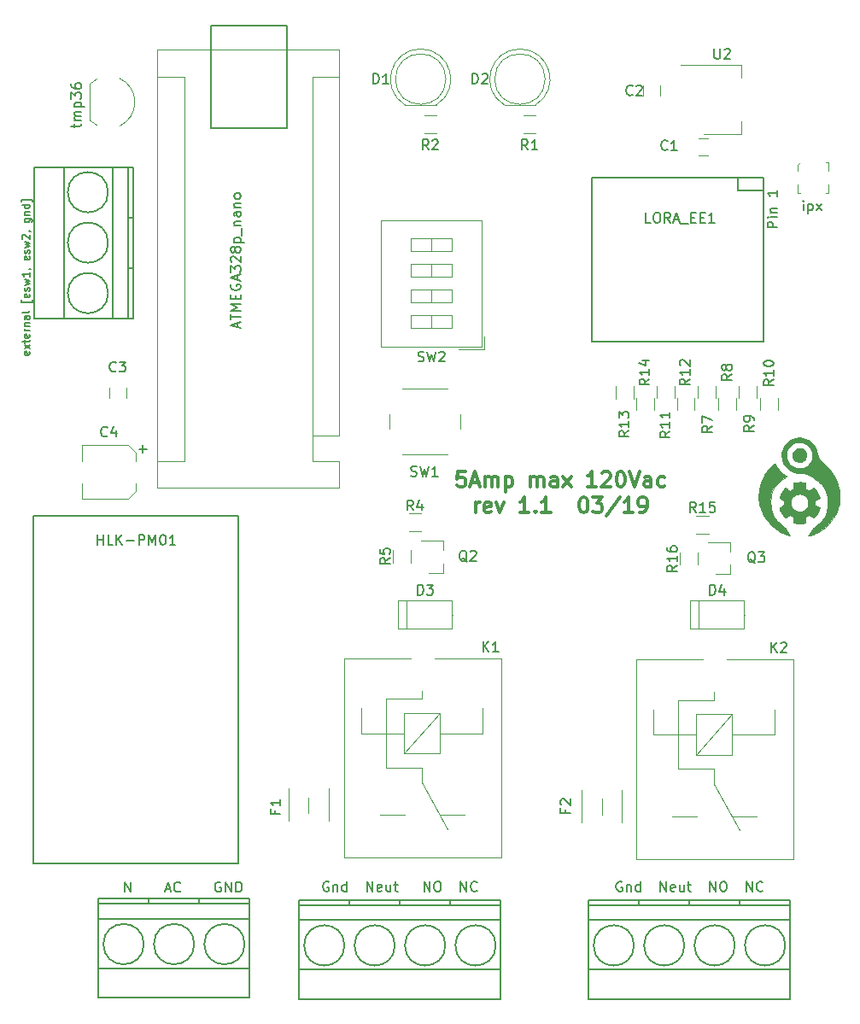
<source format=gbr>
G04 #@! TF.GenerationSoftware,KiCad,Pcbnew,5.0.2-bee76a0~70~ubuntu16.04.1*
G04 #@! TF.CreationDate,2019-03-16T11:45:13-06:00*
G04 #@! TF.ProjectId,LORA_Relay_AC,4c4f5241-5f52-4656-9c61-795f41432e6b,rev?*
G04 #@! TF.SameCoordinates,Original*
G04 #@! TF.FileFunction,Legend,Top*
G04 #@! TF.FilePolarity,Positive*
%FSLAX46Y46*%
G04 Gerber Fmt 4.6, Leading zero omitted, Abs format (unit mm)*
G04 Created by KiCad (PCBNEW 5.0.2-bee76a0~70~ubuntu16.04.1) date Sat 16 Mar 2019 11:45:13 AM MDT*
%MOMM*%
%LPD*%
G01*
G04 APERTURE LIST*
%ADD10C,0.300000*%
%ADD11C,0.200000*%
%ADD12C,0.150000*%
%ADD13C,0.120000*%
%ADD14C,0.010000*%
%ADD15C,0.127000*%
G04 APERTURE END LIST*
D10*
X127660000Y-102551571D02*
X126945714Y-102551571D01*
X126874285Y-103265857D01*
X126945714Y-103194428D01*
X127088571Y-103123000D01*
X127445714Y-103123000D01*
X127588571Y-103194428D01*
X127660000Y-103265857D01*
X127731428Y-103408714D01*
X127731428Y-103765857D01*
X127660000Y-103908714D01*
X127588571Y-103980142D01*
X127445714Y-104051571D01*
X127088571Y-104051571D01*
X126945714Y-103980142D01*
X126874285Y-103908714D01*
X128302857Y-103623000D02*
X129017142Y-103623000D01*
X128160000Y-104051571D02*
X128660000Y-102551571D01*
X129160000Y-104051571D01*
X129660000Y-104051571D02*
X129660000Y-103051571D01*
X129660000Y-103194428D02*
X129731428Y-103123000D01*
X129874285Y-103051571D01*
X130088571Y-103051571D01*
X130231428Y-103123000D01*
X130302857Y-103265857D01*
X130302857Y-104051571D01*
X130302857Y-103265857D02*
X130374285Y-103123000D01*
X130517142Y-103051571D01*
X130731428Y-103051571D01*
X130874285Y-103123000D01*
X130945714Y-103265857D01*
X130945714Y-104051571D01*
X131660000Y-103051571D02*
X131660000Y-104551571D01*
X131660000Y-103123000D02*
X131802857Y-103051571D01*
X132088571Y-103051571D01*
X132231428Y-103123000D01*
X132302857Y-103194428D01*
X132374285Y-103337285D01*
X132374285Y-103765857D01*
X132302857Y-103908714D01*
X132231428Y-103980142D01*
X132088571Y-104051571D01*
X131802857Y-104051571D01*
X131660000Y-103980142D01*
X134160000Y-104051571D02*
X134160000Y-103051571D01*
X134160000Y-103194428D02*
X134231428Y-103123000D01*
X134374285Y-103051571D01*
X134588571Y-103051571D01*
X134731428Y-103123000D01*
X134802857Y-103265857D01*
X134802857Y-104051571D01*
X134802857Y-103265857D02*
X134874285Y-103123000D01*
X135017142Y-103051571D01*
X135231428Y-103051571D01*
X135374285Y-103123000D01*
X135445714Y-103265857D01*
X135445714Y-104051571D01*
X136802857Y-104051571D02*
X136802857Y-103265857D01*
X136731428Y-103123000D01*
X136588571Y-103051571D01*
X136302857Y-103051571D01*
X136160000Y-103123000D01*
X136802857Y-103980142D02*
X136660000Y-104051571D01*
X136302857Y-104051571D01*
X136160000Y-103980142D01*
X136088571Y-103837285D01*
X136088571Y-103694428D01*
X136160000Y-103551571D01*
X136302857Y-103480142D01*
X136660000Y-103480142D01*
X136802857Y-103408714D01*
X137374285Y-104051571D02*
X138160000Y-103051571D01*
X137374285Y-103051571D02*
X138160000Y-104051571D01*
X140660000Y-104051571D02*
X139802857Y-104051571D01*
X140231428Y-104051571D02*
X140231428Y-102551571D01*
X140088571Y-102765857D01*
X139945714Y-102908714D01*
X139802857Y-102980142D01*
X141231428Y-102694428D02*
X141302857Y-102623000D01*
X141445714Y-102551571D01*
X141802857Y-102551571D01*
X141945714Y-102623000D01*
X142017142Y-102694428D01*
X142088571Y-102837285D01*
X142088571Y-102980142D01*
X142017142Y-103194428D01*
X141160000Y-104051571D01*
X142088571Y-104051571D01*
X143017142Y-102551571D02*
X143160000Y-102551571D01*
X143302857Y-102623000D01*
X143374285Y-102694428D01*
X143445714Y-102837285D01*
X143517142Y-103123000D01*
X143517142Y-103480142D01*
X143445714Y-103765857D01*
X143374285Y-103908714D01*
X143302857Y-103980142D01*
X143160000Y-104051571D01*
X143017142Y-104051571D01*
X142874285Y-103980142D01*
X142802857Y-103908714D01*
X142731428Y-103765857D01*
X142660000Y-103480142D01*
X142660000Y-103123000D01*
X142731428Y-102837285D01*
X142802857Y-102694428D01*
X142874285Y-102623000D01*
X143017142Y-102551571D01*
X143945714Y-102551571D02*
X144445714Y-104051571D01*
X144945714Y-102551571D01*
X146088571Y-104051571D02*
X146088571Y-103265857D01*
X146017142Y-103123000D01*
X145874285Y-103051571D01*
X145588571Y-103051571D01*
X145445714Y-103123000D01*
X146088571Y-103980142D02*
X145945714Y-104051571D01*
X145588571Y-104051571D01*
X145445714Y-103980142D01*
X145374285Y-103837285D01*
X145374285Y-103694428D01*
X145445714Y-103551571D01*
X145588571Y-103480142D01*
X145945714Y-103480142D01*
X146088571Y-103408714D01*
X147445714Y-103980142D02*
X147302857Y-104051571D01*
X147017142Y-104051571D01*
X146874285Y-103980142D01*
X146802857Y-103908714D01*
X146731428Y-103765857D01*
X146731428Y-103337285D01*
X146802857Y-103194428D01*
X146874285Y-103123000D01*
X147017142Y-103051571D01*
X147302857Y-103051571D01*
X147445714Y-103123000D01*
X128695714Y-106601571D02*
X128695714Y-105601571D01*
X128695714Y-105887285D02*
X128767142Y-105744428D01*
X128838571Y-105673000D01*
X128981428Y-105601571D01*
X129124285Y-105601571D01*
X130195714Y-106530142D02*
X130052857Y-106601571D01*
X129767142Y-106601571D01*
X129624285Y-106530142D01*
X129552857Y-106387285D01*
X129552857Y-105815857D01*
X129624285Y-105673000D01*
X129767142Y-105601571D01*
X130052857Y-105601571D01*
X130195714Y-105673000D01*
X130267142Y-105815857D01*
X130267142Y-105958714D01*
X129552857Y-106101571D01*
X130767142Y-105601571D02*
X131124285Y-106601571D01*
X131481428Y-105601571D01*
X133981428Y-106601571D02*
X133124285Y-106601571D01*
X133552857Y-106601571D02*
X133552857Y-105101571D01*
X133410000Y-105315857D01*
X133267142Y-105458714D01*
X133124285Y-105530142D01*
X134624285Y-106458714D02*
X134695714Y-106530142D01*
X134624285Y-106601571D01*
X134552857Y-106530142D01*
X134624285Y-106458714D01*
X134624285Y-106601571D01*
X136124285Y-106601571D02*
X135267142Y-106601571D01*
X135695714Y-106601571D02*
X135695714Y-105101571D01*
X135552857Y-105315857D01*
X135410000Y-105458714D01*
X135267142Y-105530142D01*
X139338571Y-105101571D02*
X139481428Y-105101571D01*
X139624285Y-105173000D01*
X139695714Y-105244428D01*
X139767142Y-105387285D01*
X139838571Y-105673000D01*
X139838571Y-106030142D01*
X139767142Y-106315857D01*
X139695714Y-106458714D01*
X139624285Y-106530142D01*
X139481428Y-106601571D01*
X139338571Y-106601571D01*
X139195714Y-106530142D01*
X139124285Y-106458714D01*
X139052857Y-106315857D01*
X138981428Y-106030142D01*
X138981428Y-105673000D01*
X139052857Y-105387285D01*
X139124285Y-105244428D01*
X139195714Y-105173000D01*
X139338571Y-105101571D01*
X140338571Y-105101571D02*
X141267142Y-105101571D01*
X140767142Y-105673000D01*
X140981428Y-105673000D01*
X141124285Y-105744428D01*
X141195714Y-105815857D01*
X141267142Y-105958714D01*
X141267142Y-106315857D01*
X141195714Y-106458714D01*
X141124285Y-106530142D01*
X140981428Y-106601571D01*
X140552857Y-106601571D01*
X140410000Y-106530142D01*
X140338571Y-106458714D01*
X142981428Y-105030142D02*
X141695714Y-106958714D01*
X144267142Y-106601571D02*
X143410000Y-106601571D01*
X143838571Y-106601571D02*
X143838571Y-105101571D01*
X143695714Y-105315857D01*
X143552857Y-105458714D01*
X143410000Y-105530142D01*
X144981428Y-106601571D02*
X145267142Y-106601571D01*
X145410000Y-106530142D01*
X145481428Y-106458714D01*
X145624285Y-106244428D01*
X145695714Y-105958714D01*
X145695714Y-105387285D01*
X145624285Y-105244428D01*
X145552857Y-105173000D01*
X145410000Y-105101571D01*
X145124285Y-105101571D01*
X144981428Y-105173000D01*
X144910000Y-105244428D01*
X144838571Y-105387285D01*
X144838571Y-105744428D01*
X144910000Y-105887285D01*
X144981428Y-105958714D01*
X145124285Y-106030142D01*
X145410000Y-106030142D01*
X145552857Y-105958714D01*
X145624285Y-105887285D01*
X145695714Y-105744428D01*
D11*
X102552500Y-58293000D02*
X102489000Y-58356500D01*
X102489000Y-68453000D02*
X102489000Y-58356500D01*
X109982000Y-68453000D02*
X102489000Y-68453000D01*
X109982000Y-58293000D02*
X109982000Y-68453000D01*
X102489000Y-58293000D02*
X109982000Y-58293000D01*
D12*
G04 #@! TO.C,N    AC    GND*
X105806000Y-149379000D02*
G75*
G03X105806000Y-149379000I-2000000J0D01*
G01*
X100806000Y-149379000D02*
G75*
G03X100806000Y-149379000I-2000000J0D01*
G01*
X95806000Y-149379000D02*
G75*
G03X95806000Y-149379000I-2000000J0D01*
G01*
X106306000Y-154679000D02*
X106306000Y-144879000D01*
X91306000Y-154679000D02*
X106306000Y-154679000D01*
X91306000Y-144879000D02*
X91306000Y-154679000D01*
X106306000Y-144879000D02*
X91306000Y-144879000D01*
X106306000Y-145379000D02*
X91306000Y-145379000D01*
X106306000Y-151779000D02*
X91306000Y-151779000D01*
X106306000Y-146879000D02*
X91306000Y-146879000D01*
X101306000Y-145379000D02*
X101306000Y-144879000D01*
X96306000Y-145379000D02*
X96306000Y-144879000D01*
D13*
G04 #@! TO.C,K1*
X122244000Y-121028000D02*
X115644000Y-121028000D01*
X131244000Y-121028000D02*
X124644000Y-121028000D01*
X131244000Y-121028000D02*
X131244000Y-140828000D01*
X131244000Y-140828000D02*
X115644000Y-140828000D01*
X115644000Y-140828000D02*
X115644000Y-121028000D01*
X119244000Y-136578000D02*
X121694000Y-136578000D01*
X127644000Y-136578000D02*
X125144000Y-136578000D01*
X117394000Y-125978000D02*
X117394000Y-128478000D01*
X123394000Y-125078000D02*
X123394000Y-124278000D01*
X129394000Y-128478000D02*
X129394000Y-125978000D01*
X123394000Y-131878000D02*
X123394000Y-133378000D01*
X123394000Y-133378000D02*
X125894000Y-137978000D01*
X119794000Y-131878000D02*
X119794000Y-125078000D01*
X123394000Y-131878000D02*
X119794000Y-131878000D01*
X123394000Y-125078000D02*
X119794000Y-125078000D01*
X129394000Y-128478000D02*
X125194000Y-128478000D01*
X121594000Y-128478000D02*
X117394000Y-128478000D01*
X121594000Y-130478000D02*
X125194000Y-126478000D01*
X121594000Y-126478000D02*
X125194000Y-126478000D01*
X125194000Y-126478000D02*
X125194000Y-130478000D01*
X125194000Y-130478000D02*
X121594000Y-130478000D01*
X121594000Y-130478000D02*
X121594000Y-126478000D01*
G04 #@! TO.C,K2*
X150550000Y-130605000D02*
X150550000Y-126605000D01*
X154150000Y-130605000D02*
X150550000Y-130605000D01*
X154150000Y-126605000D02*
X154150000Y-130605000D01*
X150550000Y-126605000D02*
X154150000Y-126605000D01*
X150550000Y-130605000D02*
X154150000Y-126605000D01*
X150550000Y-128605000D02*
X146350000Y-128605000D01*
X158350000Y-128605000D02*
X154150000Y-128605000D01*
X152350000Y-125205000D02*
X148750000Y-125205000D01*
X152350000Y-132005000D02*
X148750000Y-132005000D01*
X148750000Y-132005000D02*
X148750000Y-125205000D01*
X152350000Y-133505000D02*
X154850000Y-138105000D01*
X152350000Y-132005000D02*
X152350000Y-133505000D01*
X158350000Y-128605000D02*
X158350000Y-126105000D01*
X152350000Y-125205000D02*
X152350000Y-124405000D01*
X146350000Y-126105000D02*
X146350000Y-128605000D01*
X156600000Y-136705000D02*
X154100000Y-136705000D01*
X148200000Y-136705000D02*
X150650000Y-136705000D01*
X144600000Y-140955000D02*
X144600000Y-121155000D01*
X160200000Y-140955000D02*
X144600000Y-140955000D01*
X160200000Y-121155000D02*
X160200000Y-140955000D01*
X160200000Y-121155000D02*
X153600000Y-121155000D01*
X151200000Y-121155000D02*
X144600000Y-121155000D01*
G04 #@! TO.C,C1*
X150777001Y-71208000D02*
X151777001Y-71208000D01*
X151777001Y-69508000D02*
X150777001Y-69508000D01*
G04 #@! TO.C,C2*
X147027000Y-65290001D02*
X147027000Y-64290001D01*
X145327000Y-64290001D02*
X145327000Y-65290001D01*
G04 #@! TO.C,C3*
X94068000Y-95226000D02*
X94068000Y-94226000D01*
X92368000Y-94226000D02*
X92368000Y-95226000D01*
G04 #@! TO.C,D1*
X121708500Y-66187000D02*
X124798500Y-66187000D01*
X125753500Y-63627000D02*
G75*
G03X125753500Y-63627000I-2500000J0D01*
G01*
X123253038Y-60637000D02*
G75*
G02X124798330Y-66187000I462J-2990000D01*
G01*
X123253962Y-60637000D02*
G75*
G03X121708670Y-66187000I-462J-2990000D01*
G01*
G04 #@! TO.C,D2*
X133096462Y-60637000D02*
G75*
G03X131551170Y-66187000I-462J-2990000D01*
G01*
X133095538Y-60637000D02*
G75*
G02X134640830Y-66187000I462J-2990000D01*
G01*
X135596000Y-63627000D02*
G75*
G03X135596000Y-63627000I-2500000J0D01*
G01*
X131551000Y-66187000D02*
X134641000Y-66187000D01*
G04 #@! TO.C,D3*
X121038000Y-115303000D02*
X121038000Y-118123000D01*
X121038000Y-118123000D02*
X126358000Y-118123000D01*
X126358000Y-118123000D02*
X126358000Y-115303000D01*
X126358000Y-115303000D02*
X121038000Y-115303000D01*
X120968000Y-116713000D02*
X121038000Y-116713000D01*
X126428000Y-116713000D02*
X126358000Y-116713000D01*
X121878000Y-115303000D02*
X121878000Y-118123000D01*
G04 #@! TO.C,D4*
X150834000Y-115303000D02*
X150834000Y-118123000D01*
X155384000Y-116713000D02*
X155314000Y-116713000D01*
X149924000Y-116713000D02*
X149994000Y-116713000D01*
X155314000Y-115303000D02*
X149994000Y-115303000D01*
X155314000Y-118123000D02*
X155314000Y-115303000D01*
X149994000Y-118123000D02*
X155314000Y-118123000D01*
X149994000Y-115303000D02*
X149994000Y-118123000D01*
G04 #@! TO.C,F1*
X114141000Y-133973000D02*
X114141000Y-137173000D01*
X110141000Y-137173000D02*
X110141000Y-133973000D01*
X112141000Y-134823000D02*
X112141000Y-136423000D01*
G04 #@! TO.C,F2*
X141224000Y-134950000D02*
X141224000Y-136550000D01*
X139224000Y-137300000D02*
X139224000Y-134100000D01*
X143224000Y-134100000D02*
X143224000Y-137300000D01*
G04 #@! TO.C,R1*
X133446000Y-67192000D02*
X134646000Y-67192000D01*
X134646000Y-68952000D02*
X133446000Y-68952000D01*
G04 #@! TO.C,R2*
X124803499Y-68952000D02*
X123603499Y-68952000D01*
X123603499Y-67192000D02*
X124803499Y-67192000D01*
G04 #@! TO.C,R4*
X123282000Y-108449000D02*
X122082000Y-108449000D01*
X122082000Y-106689000D02*
X123282000Y-106689000D01*
G04 #@! TO.C,R5*
X120532000Y-111537001D02*
X120532000Y-110337001D01*
X122292000Y-110337001D02*
X122292000Y-111537001D01*
G04 #@! TO.C,R7*
X150758000Y-95276000D02*
X150758000Y-94076000D01*
X152518000Y-94076000D02*
X152518000Y-95276000D01*
G04 #@! TO.C,R8*
X154550000Y-95221500D02*
X154550000Y-96421500D01*
X152790000Y-96421500D02*
X152790000Y-95221500D01*
G04 #@! TO.C,R9*
X154822000Y-95276000D02*
X154822000Y-94076000D01*
X156582000Y-94076000D02*
X156582000Y-95276000D01*
G04 #@! TO.C,R10*
X158677500Y-95219000D02*
X158677500Y-96419000D01*
X156917500Y-96419000D02*
X156917500Y-95219000D01*
G04 #@! TO.C,R11*
X148454000Y-94076000D02*
X148454000Y-95276000D01*
X146694000Y-95276000D02*
X146694000Y-94076000D01*
G04 #@! TO.C,R12*
X148662500Y-96421500D02*
X148662500Y-95221500D01*
X150422500Y-95221500D02*
X150422500Y-96421500D01*
G04 #@! TO.C,R13*
X144390000Y-94081001D02*
X144390000Y-95281001D01*
X142630000Y-95281001D02*
X142630000Y-94081001D01*
G04 #@! TO.C,R14*
X144662000Y-96421500D02*
X144662000Y-95221500D01*
X146422000Y-95221500D02*
X146422000Y-96421500D01*
G04 #@! TO.C,R15*
X150596001Y-106943000D02*
X151796001Y-106943000D01*
X151796001Y-108703000D02*
X150596001Y-108703000D01*
G04 #@! TO.C,R16*
X150740000Y-110586000D02*
X150740000Y-111786000D01*
X148980000Y-111786000D02*
X148980000Y-110586000D01*
G04 #@! TO.C,SW1*
X125936500Y-94313501D02*
X121436500Y-94313501D01*
X127186500Y-98313501D02*
X127186500Y-96813501D01*
X121436500Y-100813501D02*
X125936500Y-100813501D01*
X120186500Y-96813501D02*
X120186500Y-98313501D01*
D12*
G04 #@! TO.C,HLK-PM01*
X84836000Y-107950000D02*
X84836000Y-141351000D01*
X84836000Y-141351000D02*
X105156000Y-141351000D01*
X105156000Y-141351000D02*
X105156000Y-106934000D01*
X105156000Y-106934000D02*
X84836000Y-106934000D01*
X84836000Y-106934000D02*
X84836000Y-107950000D01*
D13*
G04 #@! TO.C,ATMEGA328p_nano*
X112522000Y-98933000D02*
X112522000Y-101473000D01*
X112522000Y-101473000D02*
X115192000Y-101473000D01*
X115192000Y-98933000D02*
X115192000Y-60703000D01*
X115192000Y-104143000D02*
X115192000Y-101473000D01*
X99822000Y-101473000D02*
X97152000Y-101473000D01*
X99822000Y-101473000D02*
X99822000Y-63373000D01*
X99822000Y-63373000D02*
X97152000Y-63373000D01*
X112522000Y-98933000D02*
X115192000Y-98933000D01*
X112522000Y-98933000D02*
X112522000Y-63373000D01*
X112522000Y-63373000D02*
X115192000Y-63373000D01*
X115192000Y-60703000D02*
X97152000Y-60703000D01*
X97152000Y-60703000D02*
X97152000Y-104143000D01*
X97152000Y-104143000D02*
X115192000Y-104143000D01*
D12*
G04 #@! TO.C,LORA_EE1*
X157226000Y-73406000D02*
X157226000Y-89662000D01*
X157226000Y-89662000D02*
X140208000Y-89662000D01*
X140208000Y-89662000D02*
X140208000Y-73406000D01*
X140208000Y-73406000D02*
X157226000Y-73406000D01*
X154686000Y-73406000D02*
X154686000Y-74676000D01*
X154686000Y-74676000D02*
X157226000Y-74676000D01*
G04 #@! TO.C,Gnd  Neut   NO  NC*
X116198000Y-145506000D02*
X116198000Y-145006000D01*
X121198000Y-145506000D02*
X121198000Y-145006000D01*
X126198000Y-145506000D02*
X126198000Y-145006000D01*
X131198000Y-147006000D02*
X111198000Y-147006000D01*
X131198000Y-151906000D02*
X111198000Y-151906000D01*
X131198000Y-145506000D02*
X111198000Y-145506000D01*
X131198000Y-145006000D02*
X111198000Y-145006000D01*
X111198000Y-145006000D02*
X111198000Y-154806000D01*
X111198000Y-154806000D02*
X131198000Y-154806000D01*
X131198000Y-154806000D02*
X131198000Y-145006000D01*
X115698000Y-149506000D02*
G75*
G03X115698000Y-149506000I-2000000J0D01*
G01*
X120698000Y-149506000D02*
G75*
G03X120698000Y-149506000I-2000000J0D01*
G01*
X125698000Y-149506000D02*
G75*
G03X125698000Y-149506000I-2000000J0D01*
G01*
X130698000Y-149506000D02*
G75*
G03X130698000Y-149506000I-2000000J0D01*
G01*
G04 #@! TO.C,Gnd  Neut  NO  NC*
X159400000Y-149506000D02*
G75*
G03X159400000Y-149506000I-2000000J0D01*
G01*
X154400000Y-149506000D02*
G75*
G03X154400000Y-149506000I-2000000J0D01*
G01*
X149400000Y-149506000D02*
G75*
G03X149400000Y-149506000I-2000000J0D01*
G01*
X144400000Y-149506000D02*
G75*
G03X144400000Y-149506000I-2000000J0D01*
G01*
X159900000Y-154806000D02*
X159900000Y-145006000D01*
X139900000Y-154806000D02*
X159900000Y-154806000D01*
X139900000Y-145006000D02*
X139900000Y-154806000D01*
X159900000Y-145006000D02*
X139900000Y-145006000D01*
X159900000Y-145506000D02*
X139900000Y-145506000D01*
X159900000Y-151906000D02*
X139900000Y-151906000D01*
X159900000Y-147006000D02*
X139900000Y-147006000D01*
X154900000Y-145506000D02*
X154900000Y-145006000D01*
X149900000Y-145506000D02*
X149900000Y-145006000D01*
X144900000Y-145506000D02*
X144900000Y-145006000D01*
D13*
G04 #@! TO.C,Q2*
X125474000Y-112578000D02*
X124014000Y-112578000D01*
X125474000Y-109418000D02*
X123314000Y-109418000D01*
X125474000Y-109418000D02*
X125474000Y-110348000D01*
X125474000Y-112578000D02*
X125474000Y-111648000D01*
G04 #@! TO.C,Q3*
X153938000Y-112705000D02*
X153938000Y-111775000D01*
X153938000Y-109545000D02*
X153938000Y-110475000D01*
X153938000Y-109545000D02*
X151778000Y-109545000D01*
X153938000Y-112705000D02*
X152478000Y-112705000D01*
G04 #@! TO.C,tmp36*
X90479000Y-64113000D02*
X90479000Y-67713000D01*
X91206205Y-63588816D02*
G75*
G03X90479000Y-64113000I1122795J-2324184D01*
G01*
X93427807Y-63556600D02*
G75*
G02X94929000Y-65913000I-1098807J-2356400D01*
G01*
X93427807Y-68269400D02*
G75*
G03X94929000Y-65913000I-1098807J2356400D01*
G01*
X91206205Y-68237184D02*
G75*
G02X90479000Y-67713000I1122795J2324184D01*
G01*
G04 #@! TO.C,U2*
X155046999Y-69069000D02*
X155046999Y-67809000D01*
X155046999Y-62249000D02*
X155046999Y-63509000D01*
X151286999Y-69069000D02*
X155046999Y-69069000D01*
X149036999Y-62249000D02*
X155046999Y-62249000D01*
G04 #@! TO.C,C4*
X94261500Y-99912500D02*
X89681500Y-99912500D01*
X95021500Y-100672500D02*
X94261500Y-99912500D01*
X94261500Y-105242500D02*
X95021500Y-104482500D01*
X89681500Y-105242500D02*
X94261500Y-105242500D01*
X95021500Y-104482500D02*
X95021500Y-103692500D01*
X95021500Y-100672500D02*
X95021500Y-101462500D01*
X89681500Y-99912500D02*
X89681500Y-101462500D01*
X89681500Y-105242500D02*
X89681500Y-103692500D01*
G04 #@! TO.C,ipx*
X163655000Y-71906000D02*
X163655000Y-72706000D01*
X163455000Y-71906000D02*
X163655000Y-71906000D01*
X163655000Y-74906000D02*
X163455000Y-74906000D01*
X163655000Y-74106000D02*
X163655000Y-74906000D01*
X160655000Y-74906000D02*
X160655000Y-74106000D01*
X160855000Y-74906000D02*
X160655000Y-74906000D01*
X160655000Y-72106000D02*
X160855000Y-71906000D01*
X160655000Y-72706000D02*
X160655000Y-72106000D01*
D12*
G04 #@! TO.C,external [esw1\002C esw2\002C gnd]*
X92270000Y-84836000D02*
G75*
G03X92270000Y-84836000I-2000000J0D01*
G01*
X92270000Y-79836000D02*
G75*
G03X92270000Y-79836000I-2000000J0D01*
G01*
X92270000Y-74836000D02*
G75*
G03X92270000Y-74836000I-2000000J0D01*
G01*
X84970000Y-87336000D02*
X94770000Y-87336000D01*
X84970000Y-72336000D02*
X84970000Y-87336000D01*
X94770000Y-72336000D02*
X84970000Y-72336000D01*
X94770000Y-87336000D02*
X94770000Y-72336000D01*
X94270000Y-87336000D02*
X94270000Y-72336000D01*
X87870000Y-87336000D02*
X87870000Y-72336000D01*
X92770000Y-87336000D02*
X92770000Y-72336000D01*
X94270000Y-82336000D02*
X94770000Y-82336000D01*
X94270000Y-77336000D02*
X94770000Y-77336000D01*
D13*
G04 #@! TO.C,SW2*
X129543000Y-90373500D02*
X129543000Y-89103500D01*
X129543000Y-90373500D02*
X127003000Y-90373500D01*
X129343000Y-90173500D02*
X119323000Y-90173500D01*
X119323000Y-90173500D02*
X119323000Y-77593500D01*
X119323000Y-77593500D02*
X129343000Y-77593500D01*
X129343000Y-77593500D02*
X129343000Y-90173500D01*
X126363000Y-88328500D02*
X126363000Y-87058500D01*
X126363000Y-87058500D02*
X122303000Y-87058500D01*
X122303000Y-87058500D02*
X122303000Y-88328500D01*
X122303000Y-88328500D02*
X126363000Y-88328500D01*
X124333000Y-88328500D02*
X124333000Y-87058500D01*
X126363000Y-85788500D02*
X126363000Y-84518500D01*
X126363000Y-84518500D02*
X122303000Y-84518500D01*
X122303000Y-84518500D02*
X122303000Y-85788500D01*
X122303000Y-85788500D02*
X126363000Y-85788500D01*
X124333000Y-85788500D02*
X124333000Y-84518500D01*
X126363000Y-83248500D02*
X126363000Y-81978500D01*
X126363000Y-81978500D02*
X122303000Y-81978500D01*
X122303000Y-81978500D02*
X122303000Y-83248500D01*
X122303000Y-83248500D02*
X126363000Y-83248500D01*
X124333000Y-83248500D02*
X124333000Y-81978500D01*
X126363000Y-80708500D02*
X126363000Y-79438500D01*
X126363000Y-79438500D02*
X122303000Y-79438500D01*
X122303000Y-79438500D02*
X122303000Y-80708500D01*
X122303000Y-80708500D02*
X126363000Y-80708500D01*
X124333000Y-80708500D02*
X124333000Y-79438500D01*
D14*
G04 #@! TO.C,G\002A\002A\002A*
G36*
X160874592Y-99167546D02*
X161019909Y-99176933D01*
X161149111Y-99195069D01*
X161163000Y-99197838D01*
X161394659Y-99262529D01*
X161611370Y-99356507D01*
X161811191Y-99477792D01*
X161992182Y-99624401D01*
X162152401Y-99794353D01*
X162289908Y-99985666D01*
X162402762Y-100196360D01*
X162489021Y-100424452D01*
X162533230Y-100596700D01*
X162557509Y-100693973D01*
X162592389Y-100809114D01*
X162633787Y-100930369D01*
X162677616Y-101045984D01*
X162719792Y-101144203D01*
X162732914Y-101171318D01*
X162773128Y-101247667D01*
X162814113Y-101316565D01*
X162859330Y-101381950D01*
X162912240Y-101447759D01*
X162976304Y-101517932D01*
X163054983Y-101596408D01*
X163151738Y-101687123D01*
X163270029Y-101794018D01*
X163316351Y-101835266D01*
X163457635Y-101962704D01*
X163577320Y-102075512D01*
X163680859Y-102179435D01*
X163773708Y-102280218D01*
X163861319Y-102383604D01*
X163949146Y-102495338D01*
X163973166Y-102527100D01*
X164187484Y-102839355D01*
X164370697Y-103163702D01*
X164522383Y-103499159D01*
X164642122Y-103844747D01*
X164729492Y-104199485D01*
X164756133Y-104349062D01*
X164765554Y-104415218D01*
X164772914Y-104484268D01*
X164778432Y-104561344D01*
X164782327Y-104651576D01*
X164784819Y-104760096D01*
X164786127Y-104892036D01*
X164786471Y-105052526D01*
X164786468Y-105058633D01*
X164785832Y-105230133D01*
X164783568Y-105373731D01*
X164778851Y-105495385D01*
X164770859Y-105601051D01*
X164758768Y-105696686D01*
X164741755Y-105788245D01*
X164718996Y-105881685D01*
X164689668Y-105982963D01*
X164652948Y-106098035D01*
X164635481Y-106150833D01*
X164499198Y-106507773D01*
X164334196Y-106847636D01*
X164141644Y-107169089D01*
X163922716Y-107470803D01*
X163678581Y-107751444D01*
X163410411Y-108009682D01*
X163119377Y-108244184D01*
X162806652Y-108453621D01*
X162473405Y-108636659D01*
X162430564Y-108657520D01*
X162329014Y-108703530D01*
X162215782Y-108750253D01*
X162098518Y-108794947D01*
X161984869Y-108834870D01*
X161882487Y-108867281D01*
X161799019Y-108889436D01*
X161764991Y-108896095D01*
X161689650Y-108907908D01*
X161727300Y-108850171D01*
X161752326Y-108809285D01*
X161787325Y-108748908D01*
X161826324Y-108679423D01*
X161843289Y-108648500D01*
X161911234Y-108524259D01*
X161968402Y-108422887D01*
X162019086Y-108339313D01*
X162067579Y-108268463D01*
X162118174Y-108205264D01*
X162175166Y-108144643D01*
X162242848Y-108081527D01*
X162325512Y-108010844D01*
X162427453Y-107927519D01*
X162509199Y-107861672D01*
X162722335Y-107682332D01*
X162905910Y-107509461D01*
X163062524Y-107338901D01*
X163194772Y-107166496D01*
X163305252Y-106988087D01*
X163396560Y-106799517D01*
X163471295Y-106596631D01*
X163532052Y-106375269D01*
X163577996Y-106150833D01*
X163596959Y-106014745D01*
X163610232Y-105857678D01*
X163617751Y-105688465D01*
X163619450Y-105515936D01*
X163615265Y-105348925D01*
X163605130Y-105196262D01*
X163588981Y-105066779D01*
X163586084Y-105050167D01*
X163523252Y-104771251D01*
X163440459Y-104517948D01*
X163336212Y-104287482D01*
X163209022Y-104077081D01*
X163057399Y-103883971D01*
X162879850Y-103705378D01*
X162848432Y-103677524D01*
X162628188Y-103488965D01*
X162427022Y-103324577D01*
X162241939Y-103182845D01*
X162069947Y-103062252D01*
X161908053Y-102961282D01*
X161753262Y-102878419D01*
X161602583Y-102812147D01*
X161453022Y-102760948D01*
X161301585Y-102723308D01*
X161145280Y-102697711D01*
X160981113Y-102682638D01*
X160875133Y-102677945D01*
X160690881Y-102669251D01*
X160532488Y-102653501D01*
X160392369Y-102628968D01*
X160262936Y-102593925D01*
X160136605Y-102546646D01*
X160005790Y-102485404D01*
X159987070Y-102475817D01*
X159783900Y-102352391D01*
X159602421Y-102204822D01*
X159443982Y-102036046D01*
X159309931Y-101848995D01*
X159201618Y-101646605D01*
X159120392Y-101431810D01*
X159067602Y-101207545D01*
X159044596Y-100976743D01*
X159047483Y-100893484D01*
X159512983Y-100893484D01*
X159516978Y-101031129D01*
X159531733Y-101157143D01*
X159543879Y-101214897D01*
X159610965Y-101414551D01*
X159705636Y-101597009D01*
X159825430Y-101760033D01*
X159967885Y-101901384D01*
X160130541Y-102018825D01*
X160310935Y-102110118D01*
X160506606Y-102173025D01*
X160621792Y-102194998D01*
X160709656Y-102206310D01*
X160781037Y-102210792D01*
X160851085Y-102208471D01*
X160934954Y-102199376D01*
X160962808Y-102195643D01*
X161170941Y-102150743D01*
X161364322Y-102076350D01*
X161540684Y-101974451D01*
X161697763Y-101847032D01*
X161833297Y-101696081D01*
X161945020Y-101523583D01*
X162030669Y-101331527D01*
X162062477Y-101230721D01*
X162080072Y-101138985D01*
X162090431Y-101025449D01*
X162093556Y-100901399D01*
X162089444Y-100778119D01*
X162078097Y-100666893D01*
X162062477Y-100589213D01*
X161990923Y-100389232D01*
X161892452Y-100207155D01*
X161769444Y-100045180D01*
X161624278Y-99905503D01*
X161459333Y-99790320D01*
X161276987Y-99701828D01*
X161079620Y-99642225D01*
X161025383Y-99631599D01*
X160913211Y-99614658D01*
X160818862Y-99607600D01*
X160727836Y-99610192D01*
X160625634Y-99622206D01*
X160607443Y-99624961D01*
X160405338Y-99672812D01*
X160217028Y-99750534D01*
X160044840Y-99856129D01*
X159891101Y-99987605D01*
X159758137Y-100142964D01*
X159648277Y-100320211D01*
X159563845Y-100517351D01*
X159562577Y-100521058D01*
X159536079Y-100627420D01*
X159519449Y-100755238D01*
X159512983Y-100893484D01*
X159047483Y-100893484D01*
X159052725Y-100742340D01*
X159089480Y-100523376D01*
X159160884Y-100290361D01*
X159261049Y-100073399D01*
X159387930Y-99874468D01*
X159539484Y-99695548D01*
X159713668Y-99538616D01*
X159908438Y-99405651D01*
X160121750Y-99298632D01*
X160351561Y-99219538D01*
X160463786Y-99192759D01*
X160584346Y-99175370D01*
X160725342Y-99166995D01*
X160874592Y-99167546D01*
X160874592Y-99167546D01*
G37*
X160874592Y-99167546D02*
X161019909Y-99176933D01*
X161149111Y-99195069D01*
X161163000Y-99197838D01*
X161394659Y-99262529D01*
X161611370Y-99356507D01*
X161811191Y-99477792D01*
X161992182Y-99624401D01*
X162152401Y-99794353D01*
X162289908Y-99985666D01*
X162402762Y-100196360D01*
X162489021Y-100424452D01*
X162533230Y-100596700D01*
X162557509Y-100693973D01*
X162592389Y-100809114D01*
X162633787Y-100930369D01*
X162677616Y-101045984D01*
X162719792Y-101144203D01*
X162732914Y-101171318D01*
X162773128Y-101247667D01*
X162814113Y-101316565D01*
X162859330Y-101381950D01*
X162912240Y-101447759D01*
X162976304Y-101517932D01*
X163054983Y-101596408D01*
X163151738Y-101687123D01*
X163270029Y-101794018D01*
X163316351Y-101835266D01*
X163457635Y-101962704D01*
X163577320Y-102075512D01*
X163680859Y-102179435D01*
X163773708Y-102280218D01*
X163861319Y-102383604D01*
X163949146Y-102495338D01*
X163973166Y-102527100D01*
X164187484Y-102839355D01*
X164370697Y-103163702D01*
X164522383Y-103499159D01*
X164642122Y-103844747D01*
X164729492Y-104199485D01*
X164756133Y-104349062D01*
X164765554Y-104415218D01*
X164772914Y-104484268D01*
X164778432Y-104561344D01*
X164782327Y-104651576D01*
X164784819Y-104760096D01*
X164786127Y-104892036D01*
X164786471Y-105052526D01*
X164786468Y-105058633D01*
X164785832Y-105230133D01*
X164783568Y-105373731D01*
X164778851Y-105495385D01*
X164770859Y-105601051D01*
X164758768Y-105696686D01*
X164741755Y-105788245D01*
X164718996Y-105881685D01*
X164689668Y-105982963D01*
X164652948Y-106098035D01*
X164635481Y-106150833D01*
X164499198Y-106507773D01*
X164334196Y-106847636D01*
X164141644Y-107169089D01*
X163922716Y-107470803D01*
X163678581Y-107751444D01*
X163410411Y-108009682D01*
X163119377Y-108244184D01*
X162806652Y-108453621D01*
X162473405Y-108636659D01*
X162430564Y-108657520D01*
X162329014Y-108703530D01*
X162215782Y-108750253D01*
X162098518Y-108794947D01*
X161984869Y-108834870D01*
X161882487Y-108867281D01*
X161799019Y-108889436D01*
X161764991Y-108896095D01*
X161689650Y-108907908D01*
X161727300Y-108850171D01*
X161752326Y-108809285D01*
X161787325Y-108748908D01*
X161826324Y-108679423D01*
X161843289Y-108648500D01*
X161911234Y-108524259D01*
X161968402Y-108422887D01*
X162019086Y-108339313D01*
X162067579Y-108268463D01*
X162118174Y-108205264D01*
X162175166Y-108144643D01*
X162242848Y-108081527D01*
X162325512Y-108010844D01*
X162427453Y-107927519D01*
X162509199Y-107861672D01*
X162722335Y-107682332D01*
X162905910Y-107509461D01*
X163062524Y-107338901D01*
X163194772Y-107166496D01*
X163305252Y-106988087D01*
X163396560Y-106799517D01*
X163471295Y-106596631D01*
X163532052Y-106375269D01*
X163577996Y-106150833D01*
X163596959Y-106014745D01*
X163610232Y-105857678D01*
X163617751Y-105688465D01*
X163619450Y-105515936D01*
X163615265Y-105348925D01*
X163605130Y-105196262D01*
X163588981Y-105066779D01*
X163586084Y-105050167D01*
X163523252Y-104771251D01*
X163440459Y-104517948D01*
X163336212Y-104287482D01*
X163209022Y-104077081D01*
X163057399Y-103883971D01*
X162879850Y-103705378D01*
X162848432Y-103677524D01*
X162628188Y-103488965D01*
X162427022Y-103324577D01*
X162241939Y-103182845D01*
X162069947Y-103062252D01*
X161908053Y-102961282D01*
X161753262Y-102878419D01*
X161602583Y-102812147D01*
X161453022Y-102760948D01*
X161301585Y-102723308D01*
X161145280Y-102697711D01*
X160981113Y-102682638D01*
X160875133Y-102677945D01*
X160690881Y-102669251D01*
X160532488Y-102653501D01*
X160392369Y-102628968D01*
X160262936Y-102593925D01*
X160136605Y-102546646D01*
X160005790Y-102485404D01*
X159987070Y-102475817D01*
X159783900Y-102352391D01*
X159602421Y-102204822D01*
X159443982Y-102036046D01*
X159309931Y-101848995D01*
X159201618Y-101646605D01*
X159120392Y-101431810D01*
X159067602Y-101207545D01*
X159044596Y-100976743D01*
X159047483Y-100893484D01*
X159512983Y-100893484D01*
X159516978Y-101031129D01*
X159531733Y-101157143D01*
X159543879Y-101214897D01*
X159610965Y-101414551D01*
X159705636Y-101597009D01*
X159825430Y-101760033D01*
X159967885Y-101901384D01*
X160130541Y-102018825D01*
X160310935Y-102110118D01*
X160506606Y-102173025D01*
X160621792Y-102194998D01*
X160709656Y-102206310D01*
X160781037Y-102210792D01*
X160851085Y-102208471D01*
X160934954Y-102199376D01*
X160962808Y-102195643D01*
X161170941Y-102150743D01*
X161364322Y-102076350D01*
X161540684Y-101974451D01*
X161697763Y-101847032D01*
X161833297Y-101696081D01*
X161945020Y-101523583D01*
X162030669Y-101331527D01*
X162062477Y-101230721D01*
X162080072Y-101138985D01*
X162090431Y-101025449D01*
X162093556Y-100901399D01*
X162089444Y-100778119D01*
X162078097Y-100666893D01*
X162062477Y-100589213D01*
X161990923Y-100389232D01*
X161892452Y-100207155D01*
X161769444Y-100045180D01*
X161624278Y-99905503D01*
X161459333Y-99790320D01*
X161276987Y-99701828D01*
X161079620Y-99642225D01*
X161025383Y-99631599D01*
X160913211Y-99614658D01*
X160818862Y-99607600D01*
X160727836Y-99610192D01*
X160625634Y-99622206D01*
X160607443Y-99624961D01*
X160405338Y-99672812D01*
X160217028Y-99750534D01*
X160044840Y-99856129D01*
X159891101Y-99987605D01*
X159758137Y-100142964D01*
X159648277Y-100320211D01*
X159563845Y-100517351D01*
X159562577Y-100521058D01*
X159536079Y-100627420D01*
X159519449Y-100755238D01*
X159512983Y-100893484D01*
X159047483Y-100893484D01*
X159052725Y-100742340D01*
X159089480Y-100523376D01*
X159160884Y-100290361D01*
X159261049Y-100073399D01*
X159387930Y-99874468D01*
X159539484Y-99695548D01*
X159713668Y-99538616D01*
X159908438Y-99405651D01*
X160121750Y-99298632D01*
X160351561Y-99219538D01*
X160463786Y-99192759D01*
X160584346Y-99175370D01*
X160725342Y-99166995D01*
X160874592Y-99167546D01*
G36*
X158400969Y-101726157D02*
X158426690Y-101754953D01*
X158455578Y-101812301D01*
X158470514Y-101845779D01*
X158496686Y-101899001D01*
X158536333Y-101972232D01*
X158584672Y-102056955D01*
X158636921Y-102144654D01*
X158653404Y-102171500D01*
X158796032Y-102374888D01*
X158959905Y-102560526D01*
X159140325Y-102723916D01*
X159332595Y-102860557D01*
X159433174Y-102918217D01*
X159549082Y-102979370D01*
X159493569Y-103036645D01*
X159458614Y-103068259D01*
X159403098Y-103113385D01*
X159334321Y-103166282D01*
X159259584Y-103221212D01*
X159250661Y-103227597D01*
X159031281Y-103390186D01*
X158835287Y-103548042D01*
X158664400Y-103699575D01*
X158520339Y-103843196D01*
X158404824Y-103977318D01*
X158337749Y-104071039D01*
X158206886Y-104304331D01*
X158101165Y-104557998D01*
X158021363Y-104828890D01*
X157968260Y-105113860D01*
X157942632Y-105409758D01*
X157943063Y-105668233D01*
X157967263Y-105977316D01*
X158013018Y-106266018D01*
X158079881Y-106532677D01*
X158167407Y-106775633D01*
X158275149Y-106993224D01*
X158317598Y-107063150D01*
X158418921Y-107209531D01*
X158533175Y-107350654D01*
X158664527Y-107490868D01*
X158817145Y-107634520D01*
X158995195Y-107785957D01*
X159062060Y-107839828D01*
X159180752Y-107934939D01*
X159276755Y-108014177D01*
X159354255Y-108082276D01*
X159417438Y-108143971D01*
X159470492Y-108203995D01*
X159517601Y-108267084D01*
X159562953Y-108337972D01*
X159610734Y-108421392D01*
X159664820Y-108521500D01*
X159708044Y-108601076D01*
X159752296Y-108679995D01*
X159791330Y-108747231D01*
X159811333Y-108780062D01*
X159846989Y-108836754D01*
X159863616Y-108868991D01*
X159859143Y-108881632D01*
X159831501Y-108879536D01*
X159778620Y-108867563D01*
X159774466Y-108866606D01*
X159564830Y-108807148D01*
X159341646Y-108723179D01*
X159110863Y-108617880D01*
X158878433Y-108494430D01*
X158650305Y-108356011D01*
X158432430Y-108205801D01*
X158230757Y-108046981D01*
X158213725Y-108032477D01*
X157958021Y-107797731D01*
X157731765Y-107555920D01*
X157530569Y-107301379D01*
X157350045Y-107028441D01*
X157185803Y-106731441D01*
X157149724Y-106658834D01*
X157044065Y-106430464D01*
X156958809Y-106219131D01*
X156891397Y-106016975D01*
X156839269Y-105816139D01*
X156799868Y-105608766D01*
X156792920Y-105563311D01*
X156783041Y-105470020D01*
X156776138Y-105350063D01*
X156772116Y-105210500D01*
X156770882Y-105058393D01*
X156772341Y-104900801D01*
X156776399Y-104744787D01*
X156782961Y-104597410D01*
X156791933Y-104465731D01*
X156803221Y-104356812D01*
X156809623Y-104313567D01*
X156888796Y-103947356D01*
X157000228Y-103591038D01*
X157143444Y-103245811D01*
X157317970Y-102912876D01*
X157441554Y-102713367D01*
X157605935Y-102484013D01*
X157794656Y-102256410D01*
X157999099Y-102040101D01*
X158210647Y-101844631D01*
X158273320Y-101792205D01*
X158331234Y-101746671D01*
X158371467Y-101724026D01*
X158400969Y-101726157D01*
X158400969Y-101726157D01*
G37*
X158400969Y-101726157D02*
X158426690Y-101754953D01*
X158455578Y-101812301D01*
X158470514Y-101845779D01*
X158496686Y-101899001D01*
X158536333Y-101972232D01*
X158584672Y-102056955D01*
X158636921Y-102144654D01*
X158653404Y-102171500D01*
X158796032Y-102374888D01*
X158959905Y-102560526D01*
X159140325Y-102723916D01*
X159332595Y-102860557D01*
X159433174Y-102918217D01*
X159549082Y-102979370D01*
X159493569Y-103036645D01*
X159458614Y-103068259D01*
X159403098Y-103113385D01*
X159334321Y-103166282D01*
X159259584Y-103221212D01*
X159250661Y-103227597D01*
X159031281Y-103390186D01*
X158835287Y-103548042D01*
X158664400Y-103699575D01*
X158520339Y-103843196D01*
X158404824Y-103977318D01*
X158337749Y-104071039D01*
X158206886Y-104304331D01*
X158101165Y-104557998D01*
X158021363Y-104828890D01*
X157968260Y-105113860D01*
X157942632Y-105409758D01*
X157943063Y-105668233D01*
X157967263Y-105977316D01*
X158013018Y-106266018D01*
X158079881Y-106532677D01*
X158167407Y-106775633D01*
X158275149Y-106993224D01*
X158317598Y-107063150D01*
X158418921Y-107209531D01*
X158533175Y-107350654D01*
X158664527Y-107490868D01*
X158817145Y-107634520D01*
X158995195Y-107785957D01*
X159062060Y-107839828D01*
X159180752Y-107934939D01*
X159276755Y-108014177D01*
X159354255Y-108082276D01*
X159417438Y-108143971D01*
X159470492Y-108203995D01*
X159517601Y-108267084D01*
X159562953Y-108337972D01*
X159610734Y-108421392D01*
X159664820Y-108521500D01*
X159708044Y-108601076D01*
X159752296Y-108679995D01*
X159791330Y-108747231D01*
X159811333Y-108780062D01*
X159846989Y-108836754D01*
X159863616Y-108868991D01*
X159859143Y-108881632D01*
X159831501Y-108879536D01*
X159778620Y-108867563D01*
X159774466Y-108866606D01*
X159564830Y-108807148D01*
X159341646Y-108723179D01*
X159110863Y-108617880D01*
X158878433Y-108494430D01*
X158650305Y-108356011D01*
X158432430Y-108205801D01*
X158230757Y-108046981D01*
X158213725Y-108032477D01*
X157958021Y-107797731D01*
X157731765Y-107555920D01*
X157530569Y-107301379D01*
X157350045Y-107028441D01*
X157185803Y-106731441D01*
X157149724Y-106658834D01*
X157044065Y-106430464D01*
X156958809Y-106219131D01*
X156891397Y-106016975D01*
X156839269Y-105816139D01*
X156799868Y-105608766D01*
X156792920Y-105563311D01*
X156783041Y-105470020D01*
X156776138Y-105350063D01*
X156772116Y-105210500D01*
X156770882Y-105058393D01*
X156772341Y-104900801D01*
X156776399Y-104744787D01*
X156782961Y-104597410D01*
X156791933Y-104465731D01*
X156803221Y-104356812D01*
X156809623Y-104313567D01*
X156888796Y-103947356D01*
X157000228Y-103591038D01*
X157143444Y-103245811D01*
X157317970Y-102912876D01*
X157441554Y-102713367D01*
X157605935Y-102484013D01*
X157794656Y-102256410D01*
X157999099Y-102040101D01*
X158210647Y-101844631D01*
X158273320Y-101792205D01*
X158331234Y-101746671D01*
X158371467Y-101724026D01*
X158400969Y-101726157D01*
G36*
X161138763Y-103601185D02*
X161287369Y-103629479D01*
X161405529Y-103656163D01*
X161386775Y-104237367D01*
X161444515Y-104258205D01*
X161486557Y-104277627D01*
X161544959Y-104309938D01*
X161608252Y-104348729D01*
X161618771Y-104355572D01*
X161674140Y-104390942D01*
X161718837Y-104417652D01*
X161745306Y-104431246D01*
X161748590Y-104432100D01*
X161766755Y-104423524D01*
X161808370Y-104399825D01*
X161868304Y-104364048D01*
X161941424Y-104319237D01*
X161992857Y-104287170D01*
X162071559Y-104238548D01*
X162140296Y-104197526D01*
X162193981Y-104167026D01*
X162227525Y-104149968D01*
X162236110Y-104147470D01*
X162255783Y-104163802D01*
X162291148Y-104200078D01*
X162336585Y-104249928D01*
X162386471Y-104306977D01*
X162435184Y-104364854D01*
X162477102Y-104417186D01*
X162494694Y-104440567D01*
X162557230Y-104535902D01*
X162621212Y-104649801D01*
X162682323Y-104773028D01*
X162736243Y-104896347D01*
X162778656Y-105010521D01*
X162804690Y-105103670D01*
X162816018Y-105157173D01*
X162314466Y-105432923D01*
X162315953Y-105638402D01*
X162317441Y-105843880D01*
X162556170Y-105971957D01*
X162637945Y-106016163D01*
X162709109Y-106055267D01*
X162764328Y-106086285D01*
X162798267Y-106106239D01*
X162806274Y-106111735D01*
X162807588Y-106134127D01*
X162797523Y-106181030D01*
X162778305Y-106245941D01*
X162752160Y-106322356D01*
X162721314Y-106403774D01*
X162687993Y-106483690D01*
X162654422Y-106555602D01*
X162654164Y-106556117D01*
X162587352Y-106676408D01*
X162507356Y-106800135D01*
X162421557Y-106916844D01*
X162337340Y-107016078D01*
X162308145Y-107046187D01*
X162226532Y-107126573D01*
X161985986Y-106981603D01*
X161905400Y-106933339D01*
X161835220Y-106891882D01*
X161780432Y-106860131D01*
X161746022Y-106840986D01*
X161736671Y-106836634D01*
X161718849Y-106845417D01*
X161682952Y-106867861D01*
X161657117Y-106885182D01*
X161602223Y-106919832D01*
X161534079Y-106958816D01*
X161484733Y-106984852D01*
X161383133Y-107035974D01*
X161392692Y-107313070D01*
X161395245Y-107406871D01*
X161396184Y-107488774D01*
X161395543Y-107552814D01*
X161393356Y-107593024D01*
X161391016Y-107603696D01*
X161367838Y-107614540D01*
X161318316Y-107627956D01*
X161249745Y-107642624D01*
X161169423Y-107657226D01*
X161084646Y-107670443D01*
X161002713Y-107680956D01*
X160930920Y-107687447D01*
X160925933Y-107687748D01*
X160839981Y-107689863D01*
X160740799Y-107688125D01*
X160648757Y-107682919D01*
X160642228Y-107682357D01*
X160551158Y-107671985D01*
X160451129Y-107657107D01*
X160362816Y-107640821D01*
X160357686Y-107639726D01*
X160221382Y-107610275D01*
X160233128Y-107327895D01*
X160244873Y-107045515D01*
X160119736Y-106982051D01*
X160052930Y-106946481D01*
X159990958Y-106910587D01*
X159945695Y-106881298D01*
X159940696Y-106877610D01*
X159904288Y-106851654D01*
X159880044Y-106837508D01*
X159876852Y-106836634D01*
X159859849Y-106845189D01*
X159819302Y-106868826D01*
X159760271Y-106904499D01*
X159687820Y-106949164D01*
X159637536Y-106980567D01*
X159559504Y-107029283D01*
X159492016Y-107070947D01*
X159440046Y-107102522D01*
X159408572Y-107120977D01*
X159401492Y-107124500D01*
X159385979Y-107112563D01*
X159354273Y-107080845D01*
X159311975Y-107035488D01*
X159264685Y-106982634D01*
X159218005Y-106928422D01*
X159177537Y-106878994D01*
X159177327Y-106878729D01*
X159114475Y-106790925D01*
X159050632Y-106687452D01*
X158989119Y-106575199D01*
X158933255Y-106461057D01*
X158886363Y-106351916D01*
X158851762Y-106254668D01*
X158832774Y-106176203D01*
X158830796Y-106159643D01*
X158830014Y-106138493D01*
X158834490Y-106120643D01*
X158848449Y-106102685D01*
X158876113Y-106081213D01*
X158921703Y-106052819D01*
X158989443Y-106014097D01*
X159059865Y-105974815D01*
X159293531Y-105844856D01*
X159294683Y-105627496D01*
X159294840Y-105597681D01*
X159920550Y-105597681D01*
X159928630Y-105756863D01*
X159966663Y-105913116D01*
X160034668Y-106062695D01*
X160132664Y-106201859D01*
X160181061Y-106254576D01*
X160310156Y-106361909D01*
X160455894Y-106441981D01*
X160613332Y-106493423D01*
X160777530Y-106514864D01*
X160943546Y-106504937D01*
X161024073Y-106488203D01*
X161184863Y-106429751D01*
X161328446Y-106343821D01*
X161451967Y-106233612D01*
X161552571Y-106102322D01*
X161627403Y-105953148D01*
X161673608Y-105789290D01*
X161679265Y-105754321D01*
X161687156Y-105585906D01*
X161664114Y-105424682D01*
X161612816Y-105273721D01*
X161535937Y-105136098D01*
X161436154Y-105014887D01*
X161316143Y-104913161D01*
X161178580Y-104833994D01*
X161026141Y-104780461D01*
X160861504Y-104755634D01*
X160808559Y-104754247D01*
X160639462Y-104767089D01*
X160489395Y-104805858D01*
X160353416Y-104872564D01*
X160226582Y-104969213D01*
X160187377Y-105006536D01*
X160075836Y-105139997D01*
X159994172Y-105285505D01*
X159942403Y-105439314D01*
X159920550Y-105597681D01*
X159294840Y-105597681D01*
X159295834Y-105410135D01*
X159056784Y-105284166D01*
X158975713Y-105240393D01*
X158906416Y-105200973D01*
X158853966Y-105168952D01*
X158823433Y-105147377D01*
X158817733Y-105140546D01*
X158824252Y-105105514D01*
X158841890Y-105047228D01*
X158867768Y-104973268D01*
X158899004Y-104891219D01*
X158932720Y-104808661D01*
X158966035Y-104733179D01*
X158994263Y-104675735D01*
X159036154Y-104602666D01*
X159087595Y-104521831D01*
X159144880Y-104438113D01*
X159204298Y-104356392D01*
X159262143Y-104281551D01*
X159314706Y-104218471D01*
X159358279Y-104172034D01*
X159389154Y-104147121D01*
X159397996Y-104144234D01*
X159416487Y-104152627D01*
X159458629Y-104175825D01*
X159519246Y-104210855D01*
X159593163Y-104254745D01*
X159646017Y-104286693D01*
X159880109Y-104429152D01*
X159975701Y-104365672D01*
X160042077Y-104324365D01*
X160113353Y-104284186D01*
X160157941Y-104261608D01*
X160244589Y-104221024D01*
X160236415Y-103937879D01*
X160228240Y-103654735D01*
X160340953Y-103629099D01*
X160605701Y-103586011D01*
X160871932Y-103576706D01*
X161138763Y-103601185D01*
X161138763Y-103601185D01*
G37*
X161138763Y-103601185D02*
X161287369Y-103629479D01*
X161405529Y-103656163D01*
X161386775Y-104237367D01*
X161444515Y-104258205D01*
X161486557Y-104277627D01*
X161544959Y-104309938D01*
X161608252Y-104348729D01*
X161618771Y-104355572D01*
X161674140Y-104390942D01*
X161718837Y-104417652D01*
X161745306Y-104431246D01*
X161748590Y-104432100D01*
X161766755Y-104423524D01*
X161808370Y-104399825D01*
X161868304Y-104364048D01*
X161941424Y-104319237D01*
X161992857Y-104287170D01*
X162071559Y-104238548D01*
X162140296Y-104197526D01*
X162193981Y-104167026D01*
X162227525Y-104149968D01*
X162236110Y-104147470D01*
X162255783Y-104163802D01*
X162291148Y-104200078D01*
X162336585Y-104249928D01*
X162386471Y-104306977D01*
X162435184Y-104364854D01*
X162477102Y-104417186D01*
X162494694Y-104440567D01*
X162557230Y-104535902D01*
X162621212Y-104649801D01*
X162682323Y-104773028D01*
X162736243Y-104896347D01*
X162778656Y-105010521D01*
X162804690Y-105103670D01*
X162816018Y-105157173D01*
X162314466Y-105432923D01*
X162315953Y-105638402D01*
X162317441Y-105843880D01*
X162556170Y-105971957D01*
X162637945Y-106016163D01*
X162709109Y-106055267D01*
X162764328Y-106086285D01*
X162798267Y-106106239D01*
X162806274Y-106111735D01*
X162807588Y-106134127D01*
X162797523Y-106181030D01*
X162778305Y-106245941D01*
X162752160Y-106322356D01*
X162721314Y-106403774D01*
X162687993Y-106483690D01*
X162654422Y-106555602D01*
X162654164Y-106556117D01*
X162587352Y-106676408D01*
X162507356Y-106800135D01*
X162421557Y-106916844D01*
X162337340Y-107016078D01*
X162308145Y-107046187D01*
X162226532Y-107126573D01*
X161985986Y-106981603D01*
X161905400Y-106933339D01*
X161835220Y-106891882D01*
X161780432Y-106860131D01*
X161746022Y-106840986D01*
X161736671Y-106836634D01*
X161718849Y-106845417D01*
X161682952Y-106867861D01*
X161657117Y-106885182D01*
X161602223Y-106919832D01*
X161534079Y-106958816D01*
X161484733Y-106984852D01*
X161383133Y-107035974D01*
X161392692Y-107313070D01*
X161395245Y-107406871D01*
X161396184Y-107488774D01*
X161395543Y-107552814D01*
X161393356Y-107593024D01*
X161391016Y-107603696D01*
X161367838Y-107614540D01*
X161318316Y-107627956D01*
X161249745Y-107642624D01*
X161169423Y-107657226D01*
X161084646Y-107670443D01*
X161002713Y-107680956D01*
X160930920Y-107687447D01*
X160925933Y-107687748D01*
X160839981Y-107689863D01*
X160740799Y-107688125D01*
X160648757Y-107682919D01*
X160642228Y-107682357D01*
X160551158Y-107671985D01*
X160451129Y-107657107D01*
X160362816Y-107640821D01*
X160357686Y-107639726D01*
X160221382Y-107610275D01*
X160233128Y-107327895D01*
X160244873Y-107045515D01*
X160119736Y-106982051D01*
X160052930Y-106946481D01*
X159990958Y-106910587D01*
X159945695Y-106881298D01*
X159940696Y-106877610D01*
X159904288Y-106851654D01*
X159880044Y-106837508D01*
X159876852Y-106836634D01*
X159859849Y-106845189D01*
X159819302Y-106868826D01*
X159760271Y-106904499D01*
X159687820Y-106949164D01*
X159637536Y-106980567D01*
X159559504Y-107029283D01*
X159492016Y-107070947D01*
X159440046Y-107102522D01*
X159408572Y-107120977D01*
X159401492Y-107124500D01*
X159385979Y-107112563D01*
X159354273Y-107080845D01*
X159311975Y-107035488D01*
X159264685Y-106982634D01*
X159218005Y-106928422D01*
X159177537Y-106878994D01*
X159177327Y-106878729D01*
X159114475Y-106790925D01*
X159050632Y-106687452D01*
X158989119Y-106575199D01*
X158933255Y-106461057D01*
X158886363Y-106351916D01*
X158851762Y-106254668D01*
X158832774Y-106176203D01*
X158830796Y-106159643D01*
X158830014Y-106138493D01*
X158834490Y-106120643D01*
X158848449Y-106102685D01*
X158876113Y-106081213D01*
X158921703Y-106052819D01*
X158989443Y-106014097D01*
X159059865Y-105974815D01*
X159293531Y-105844856D01*
X159294683Y-105627496D01*
X159294840Y-105597681D01*
X159920550Y-105597681D01*
X159928630Y-105756863D01*
X159966663Y-105913116D01*
X160034668Y-106062695D01*
X160132664Y-106201859D01*
X160181061Y-106254576D01*
X160310156Y-106361909D01*
X160455894Y-106441981D01*
X160613332Y-106493423D01*
X160777530Y-106514864D01*
X160943546Y-106504937D01*
X161024073Y-106488203D01*
X161184863Y-106429751D01*
X161328446Y-106343821D01*
X161451967Y-106233612D01*
X161552571Y-106102322D01*
X161627403Y-105953148D01*
X161673608Y-105789290D01*
X161679265Y-105754321D01*
X161687156Y-105585906D01*
X161664114Y-105424682D01*
X161612816Y-105273721D01*
X161535937Y-105136098D01*
X161436154Y-105014887D01*
X161316143Y-104913161D01*
X161178580Y-104833994D01*
X161026141Y-104780461D01*
X160861504Y-104755634D01*
X160808559Y-104754247D01*
X160639462Y-104767089D01*
X160489395Y-104805858D01*
X160353416Y-104872564D01*
X160226582Y-104969213D01*
X160187377Y-105006536D01*
X160075836Y-105139997D01*
X159994172Y-105285505D01*
X159942403Y-105439314D01*
X159920550Y-105597681D01*
X159294840Y-105597681D01*
X159295834Y-105410135D01*
X159056784Y-105284166D01*
X158975713Y-105240393D01*
X158906416Y-105200973D01*
X158853966Y-105168952D01*
X158823433Y-105147377D01*
X158817733Y-105140546D01*
X158824252Y-105105514D01*
X158841890Y-105047228D01*
X158867768Y-104973268D01*
X158899004Y-104891219D01*
X158932720Y-104808661D01*
X158966035Y-104733179D01*
X158994263Y-104675735D01*
X159036154Y-104602666D01*
X159087595Y-104521831D01*
X159144880Y-104438113D01*
X159204298Y-104356392D01*
X159262143Y-104281551D01*
X159314706Y-104218471D01*
X159358279Y-104172034D01*
X159389154Y-104147121D01*
X159397996Y-104144234D01*
X159416487Y-104152627D01*
X159458629Y-104175825D01*
X159519246Y-104210855D01*
X159593163Y-104254745D01*
X159646017Y-104286693D01*
X159880109Y-104429152D01*
X159975701Y-104365672D01*
X160042077Y-104324365D01*
X160113353Y-104284186D01*
X160157941Y-104261608D01*
X160244589Y-104221024D01*
X160236415Y-103937879D01*
X160228240Y-103654735D01*
X160340953Y-103629099D01*
X160605701Y-103586011D01*
X160871932Y-103576706D01*
X161138763Y-103601185D01*
G36*
X160893938Y-100232820D02*
X160904766Y-100234463D01*
X161052843Y-100274157D01*
X161183568Y-100341821D01*
X161294298Y-100434920D01*
X161382384Y-100550916D01*
X161445183Y-100687274D01*
X161469154Y-100775545D01*
X161483733Y-100921670D01*
X161467676Y-101061352D01*
X161424053Y-101191440D01*
X161355934Y-101308780D01*
X161266390Y-101410220D01*
X161158491Y-101492608D01*
X161035307Y-101552792D01*
X160899908Y-101587619D01*
X160755365Y-101593937D01*
X160680400Y-101585382D01*
X160542299Y-101545733D01*
X160416786Y-101477555D01*
X160307995Y-101385107D01*
X160220058Y-101272648D01*
X160157108Y-101144437D01*
X160124272Y-101012340D01*
X160119254Y-100862335D01*
X160144075Y-100720998D01*
X160195647Y-100591404D01*
X160270883Y-100476634D01*
X160366694Y-100379762D01*
X160479993Y-100303868D01*
X160607692Y-100252027D01*
X160746703Y-100227319D01*
X160893938Y-100232820D01*
X160893938Y-100232820D01*
G37*
X160893938Y-100232820D02*
X160904766Y-100234463D01*
X161052843Y-100274157D01*
X161183568Y-100341821D01*
X161294298Y-100434920D01*
X161382384Y-100550916D01*
X161445183Y-100687274D01*
X161469154Y-100775545D01*
X161483733Y-100921670D01*
X161467676Y-101061352D01*
X161424053Y-101191440D01*
X161355934Y-101308780D01*
X161266390Y-101410220D01*
X161158491Y-101492608D01*
X161035307Y-101552792D01*
X160899908Y-101587619D01*
X160755365Y-101593937D01*
X160680400Y-101585382D01*
X160542299Y-101545733D01*
X160416786Y-101477555D01*
X160307995Y-101385107D01*
X160220058Y-101272648D01*
X160157108Y-101144437D01*
X160124272Y-101012340D01*
X160119254Y-100862335D01*
X160144075Y-100720998D01*
X160195647Y-100591404D01*
X160270883Y-100476634D01*
X160366694Y-100379762D01*
X160479993Y-100303868D01*
X160607692Y-100252027D01*
X160746703Y-100227319D01*
X160893938Y-100232820D01*
G04 #@! TO.C,N    AC    GND*
D12*
X93909285Y-144216380D02*
X93909285Y-143216380D01*
X94480714Y-144216380D01*
X94480714Y-143216380D01*
X97956904Y-143930666D02*
X98433095Y-143930666D01*
X97861666Y-144216380D02*
X98195000Y-143216380D01*
X98528333Y-144216380D01*
X99433095Y-144121142D02*
X99385476Y-144168761D01*
X99242619Y-144216380D01*
X99147380Y-144216380D01*
X99004523Y-144168761D01*
X98909285Y-144073523D01*
X98861666Y-143978285D01*
X98814047Y-143787809D01*
X98814047Y-143644952D01*
X98861666Y-143454476D01*
X98909285Y-143359238D01*
X99004523Y-143264000D01*
X99147380Y-143216380D01*
X99242619Y-143216380D01*
X99385476Y-143264000D01*
X99433095Y-143311619D01*
X103433095Y-143264000D02*
X103337857Y-143216380D01*
X103195000Y-143216380D01*
X103052142Y-143264000D01*
X102956904Y-143359238D01*
X102909285Y-143454476D01*
X102861666Y-143644952D01*
X102861666Y-143787809D01*
X102909285Y-143978285D01*
X102956904Y-144073523D01*
X103052142Y-144168761D01*
X103195000Y-144216380D01*
X103290238Y-144216380D01*
X103433095Y-144168761D01*
X103480714Y-144121142D01*
X103480714Y-143787809D01*
X103290238Y-143787809D01*
X103909285Y-144216380D02*
X103909285Y-143216380D01*
X104480714Y-144216380D01*
X104480714Y-143216380D01*
X104956904Y-144216380D02*
X104956904Y-143216380D01*
X105195000Y-143216380D01*
X105337857Y-143264000D01*
X105433095Y-143359238D01*
X105480714Y-143454476D01*
X105528333Y-143644952D01*
X105528333Y-143787809D01*
X105480714Y-143978285D01*
X105433095Y-144073523D01*
X105337857Y-144168761D01*
X105195000Y-144216380D01*
X104956904Y-144216380D01*
G04 #@! TO.C,K1*
X129436904Y-120403880D02*
X129436904Y-119403880D01*
X130008333Y-120403880D02*
X129579761Y-119832452D01*
X130008333Y-119403880D02*
X129436904Y-119975309D01*
X130960714Y-120403880D02*
X130389285Y-120403880D01*
X130675000Y-120403880D02*
X130675000Y-119403880D01*
X130579761Y-119546738D01*
X130484523Y-119641976D01*
X130389285Y-119689595D01*
G04 #@! TO.C,K2*
X158011904Y-120467380D02*
X158011904Y-119467380D01*
X158583333Y-120467380D02*
X158154761Y-119895952D01*
X158583333Y-119467380D02*
X158011904Y-120038809D01*
X158964285Y-119562619D02*
X159011904Y-119515000D01*
X159107142Y-119467380D01*
X159345238Y-119467380D01*
X159440476Y-119515000D01*
X159488095Y-119562619D01*
X159535714Y-119657857D01*
X159535714Y-119753095D01*
X159488095Y-119895952D01*
X158916666Y-120467380D01*
X159535714Y-120467380D01*
G04 #@! TO.C,C1*
X147724833Y-70588142D02*
X147677214Y-70635761D01*
X147534357Y-70683380D01*
X147439119Y-70683380D01*
X147296261Y-70635761D01*
X147201023Y-70540523D01*
X147153404Y-70445285D01*
X147105785Y-70254809D01*
X147105785Y-70111952D01*
X147153404Y-69921476D01*
X147201023Y-69826238D01*
X147296261Y-69731000D01*
X147439119Y-69683380D01*
X147534357Y-69683380D01*
X147677214Y-69731000D01*
X147724833Y-69778619D01*
X148677214Y-70683380D02*
X148105785Y-70683380D01*
X148391500Y-70683380D02*
X148391500Y-69683380D01*
X148296261Y-69826238D01*
X148201023Y-69921476D01*
X148105785Y-69969095D01*
G04 #@! TO.C,C2*
X144260333Y-65147143D02*
X144212714Y-65194762D01*
X144069857Y-65242381D01*
X143974619Y-65242381D01*
X143831761Y-65194762D01*
X143736523Y-65099524D01*
X143688904Y-65004286D01*
X143641285Y-64813810D01*
X143641285Y-64670953D01*
X143688904Y-64480477D01*
X143736523Y-64385239D01*
X143831761Y-64290001D01*
X143974619Y-64242381D01*
X144069857Y-64242381D01*
X144212714Y-64290001D01*
X144260333Y-64337620D01*
X144641285Y-64337620D02*
X144688904Y-64290001D01*
X144784142Y-64242381D01*
X145022238Y-64242381D01*
X145117476Y-64290001D01*
X145165095Y-64337620D01*
X145212714Y-64432858D01*
X145212714Y-64528096D01*
X145165095Y-64670953D01*
X144593666Y-65242381D01*
X145212714Y-65242381D01*
G04 #@! TO.C,C3*
X93051333Y-92559142D02*
X93003714Y-92606761D01*
X92860857Y-92654380D01*
X92765619Y-92654380D01*
X92622761Y-92606761D01*
X92527523Y-92511523D01*
X92479904Y-92416285D01*
X92432285Y-92225809D01*
X92432285Y-92082952D01*
X92479904Y-91892476D01*
X92527523Y-91797238D01*
X92622761Y-91702000D01*
X92765619Y-91654380D01*
X92860857Y-91654380D01*
X93003714Y-91702000D01*
X93051333Y-91749619D01*
X93384666Y-91654380D02*
X94003714Y-91654380D01*
X93670380Y-92035333D01*
X93813238Y-92035333D01*
X93908476Y-92082952D01*
X93956095Y-92130571D01*
X94003714Y-92225809D01*
X94003714Y-92463904D01*
X93956095Y-92559142D01*
X93908476Y-92606761D01*
X93813238Y-92654380D01*
X93527523Y-92654380D01*
X93432285Y-92606761D01*
X93384666Y-92559142D01*
G04 #@! TO.C,D1*
X118555404Y-64079380D02*
X118555404Y-63079380D01*
X118793500Y-63079380D01*
X118936357Y-63127000D01*
X119031595Y-63222238D01*
X119079214Y-63317476D01*
X119126833Y-63507952D01*
X119126833Y-63650809D01*
X119079214Y-63841285D01*
X119031595Y-63936523D01*
X118936357Y-64031761D01*
X118793500Y-64079380D01*
X118555404Y-64079380D01*
X120079214Y-64079380D02*
X119507785Y-64079380D01*
X119793500Y-64079380D02*
X119793500Y-63079380D01*
X119698261Y-63222238D01*
X119603023Y-63317476D01*
X119507785Y-63365095D01*
G04 #@! TO.C,D2*
X128397904Y-64079380D02*
X128397904Y-63079380D01*
X128636000Y-63079380D01*
X128778857Y-63127000D01*
X128874095Y-63222238D01*
X128921714Y-63317476D01*
X128969333Y-63507952D01*
X128969333Y-63650809D01*
X128921714Y-63841285D01*
X128874095Y-63936523D01*
X128778857Y-64031761D01*
X128636000Y-64079380D01*
X128397904Y-64079380D01*
X129350285Y-63174619D02*
X129397904Y-63127000D01*
X129493142Y-63079380D01*
X129731238Y-63079380D01*
X129826476Y-63127000D01*
X129874095Y-63174619D01*
X129921714Y-63269857D01*
X129921714Y-63365095D01*
X129874095Y-63507952D01*
X129302666Y-64079380D01*
X129921714Y-64079380D01*
G04 #@! TO.C,D3*
X122959904Y-114755380D02*
X122959904Y-113755380D01*
X123198000Y-113755380D01*
X123340857Y-113803000D01*
X123436095Y-113898238D01*
X123483714Y-113993476D01*
X123531333Y-114183952D01*
X123531333Y-114326809D01*
X123483714Y-114517285D01*
X123436095Y-114612523D01*
X123340857Y-114707761D01*
X123198000Y-114755380D01*
X122959904Y-114755380D01*
X123864666Y-113755380D02*
X124483714Y-113755380D01*
X124150380Y-114136333D01*
X124293238Y-114136333D01*
X124388476Y-114183952D01*
X124436095Y-114231571D01*
X124483714Y-114326809D01*
X124483714Y-114564904D01*
X124436095Y-114660142D01*
X124388476Y-114707761D01*
X124293238Y-114755380D01*
X124007523Y-114755380D01*
X123912285Y-114707761D01*
X123864666Y-114660142D01*
G04 #@! TO.C,D4*
X151915904Y-114755380D02*
X151915904Y-113755380D01*
X152154000Y-113755380D01*
X152296857Y-113803000D01*
X152392095Y-113898238D01*
X152439714Y-113993476D01*
X152487333Y-114183952D01*
X152487333Y-114326809D01*
X152439714Y-114517285D01*
X152392095Y-114612523D01*
X152296857Y-114707761D01*
X152154000Y-114755380D01*
X151915904Y-114755380D01*
X153344476Y-114088714D02*
X153344476Y-114755380D01*
X153106380Y-113707761D02*
X152868285Y-114422047D01*
X153487333Y-114422047D01*
G04 #@! TO.C,F1*
X108831071Y-136096333D02*
X108831071Y-136429666D01*
X109354880Y-136429666D02*
X108354880Y-136429666D01*
X108354880Y-135953476D01*
X109354880Y-135048714D02*
X109354880Y-135620142D01*
X109354880Y-135334428D02*
X108354880Y-135334428D01*
X108497738Y-135429666D01*
X108592976Y-135524904D01*
X108640595Y-135620142D01*
G04 #@! TO.C,F2*
X137596571Y-136032833D02*
X137596571Y-136366166D01*
X138120380Y-136366166D02*
X137120380Y-136366166D01*
X137120380Y-135889976D01*
X137215619Y-135556642D02*
X137168000Y-135509023D01*
X137120380Y-135413785D01*
X137120380Y-135175690D01*
X137168000Y-135080452D01*
X137215619Y-135032833D01*
X137310857Y-134985214D01*
X137406095Y-134985214D01*
X137548952Y-135032833D01*
X138120380Y-135604261D01*
X138120380Y-134985214D01*
G04 #@! TO.C,R1*
X133879333Y-70619880D02*
X133546000Y-70143690D01*
X133307904Y-70619880D02*
X133307904Y-69619880D01*
X133688857Y-69619880D01*
X133784095Y-69667500D01*
X133831714Y-69715119D01*
X133879333Y-69810357D01*
X133879333Y-69953214D01*
X133831714Y-70048452D01*
X133784095Y-70096071D01*
X133688857Y-70143690D01*
X133307904Y-70143690D01*
X134831714Y-70619880D02*
X134260285Y-70619880D01*
X134546000Y-70619880D02*
X134546000Y-69619880D01*
X134450761Y-69762738D01*
X134355523Y-69857976D01*
X134260285Y-69905595D01*
G04 #@! TO.C,R2*
X124039333Y-70619880D02*
X123706000Y-70143690D01*
X123467904Y-70619880D02*
X123467904Y-69619880D01*
X123848857Y-69619880D01*
X123944095Y-69667500D01*
X123991714Y-69715119D01*
X124039333Y-69810357D01*
X124039333Y-69953214D01*
X123991714Y-70048452D01*
X123944095Y-70096071D01*
X123848857Y-70143690D01*
X123467904Y-70143690D01*
X124420285Y-69715119D02*
X124467904Y-69667500D01*
X124563142Y-69619880D01*
X124801238Y-69619880D01*
X124896476Y-69667500D01*
X124944095Y-69715119D01*
X124991714Y-69810357D01*
X124991714Y-69905595D01*
X124944095Y-70048452D01*
X124372666Y-70619880D01*
X124991714Y-70619880D01*
G04 #@! TO.C,R4*
X122515333Y-106370380D02*
X122182000Y-105894190D01*
X121943904Y-106370380D02*
X121943904Y-105370380D01*
X122324857Y-105370380D01*
X122420095Y-105418000D01*
X122467714Y-105465619D01*
X122515333Y-105560857D01*
X122515333Y-105703714D01*
X122467714Y-105798952D01*
X122420095Y-105846571D01*
X122324857Y-105894190D01*
X121943904Y-105894190D01*
X123372476Y-105703714D02*
X123372476Y-106370380D01*
X123134380Y-105322761D02*
X122896285Y-106037047D01*
X123515333Y-106037047D01*
G04 #@! TO.C,R5*
X120214380Y-111103667D02*
X119738190Y-111437001D01*
X120214380Y-111675096D02*
X119214380Y-111675096D01*
X119214380Y-111294143D01*
X119262000Y-111198905D01*
X119309619Y-111151286D01*
X119404857Y-111103667D01*
X119547714Y-111103667D01*
X119642952Y-111151286D01*
X119690571Y-111198905D01*
X119738190Y-111294143D01*
X119738190Y-111675096D01*
X119214380Y-110198905D02*
X119214380Y-110675096D01*
X119690571Y-110722715D01*
X119642952Y-110675096D01*
X119595333Y-110579858D01*
X119595333Y-110341762D01*
X119642952Y-110246524D01*
X119690571Y-110198905D01*
X119785809Y-110151286D01*
X120023904Y-110151286D01*
X120119142Y-110198905D01*
X120166761Y-110246524D01*
X120214380Y-110341762D01*
X120214380Y-110579858D01*
X120166761Y-110675096D01*
X120119142Y-110722715D01*
G04 #@! TO.C,R7*
X152153880Y-98020166D02*
X151677690Y-98353500D01*
X152153880Y-98591595D02*
X151153880Y-98591595D01*
X151153880Y-98210642D01*
X151201500Y-98115404D01*
X151249119Y-98067785D01*
X151344357Y-98020166D01*
X151487214Y-98020166D01*
X151582452Y-98067785D01*
X151630071Y-98115404D01*
X151677690Y-98210642D01*
X151677690Y-98591595D01*
X151153880Y-97686833D02*
X151153880Y-97020166D01*
X152153880Y-97448738D01*
G04 #@! TO.C,R8*
X154122380Y-92876666D02*
X153646190Y-93210000D01*
X154122380Y-93448095D02*
X153122380Y-93448095D01*
X153122380Y-93067142D01*
X153170000Y-92971904D01*
X153217619Y-92924285D01*
X153312857Y-92876666D01*
X153455714Y-92876666D01*
X153550952Y-92924285D01*
X153598571Y-92971904D01*
X153646190Y-93067142D01*
X153646190Y-93448095D01*
X153550952Y-92305238D02*
X153503333Y-92400476D01*
X153455714Y-92448095D01*
X153360476Y-92495714D01*
X153312857Y-92495714D01*
X153217619Y-92448095D01*
X153170000Y-92400476D01*
X153122380Y-92305238D01*
X153122380Y-92114761D01*
X153170000Y-92019523D01*
X153217619Y-91971904D01*
X153312857Y-91924285D01*
X153360476Y-91924285D01*
X153455714Y-91971904D01*
X153503333Y-92019523D01*
X153550952Y-92114761D01*
X153550952Y-92305238D01*
X153598571Y-92400476D01*
X153646190Y-92448095D01*
X153741428Y-92495714D01*
X153931904Y-92495714D01*
X154027142Y-92448095D01*
X154074761Y-92400476D01*
X154122380Y-92305238D01*
X154122380Y-92114761D01*
X154074761Y-92019523D01*
X154027142Y-91971904D01*
X153931904Y-91924285D01*
X153741428Y-91924285D01*
X153646190Y-91971904D01*
X153598571Y-92019523D01*
X153550952Y-92114761D01*
G04 #@! TO.C,R9*
X156281380Y-97956666D02*
X155805190Y-98290000D01*
X156281380Y-98528095D02*
X155281380Y-98528095D01*
X155281380Y-98147142D01*
X155329000Y-98051904D01*
X155376619Y-98004285D01*
X155471857Y-97956666D01*
X155614714Y-97956666D01*
X155709952Y-98004285D01*
X155757571Y-98051904D01*
X155805190Y-98147142D01*
X155805190Y-98528095D01*
X156281380Y-97480476D02*
X156281380Y-97290000D01*
X156233761Y-97194761D01*
X156186142Y-97147142D01*
X156043285Y-97051904D01*
X155852809Y-97004285D01*
X155471857Y-97004285D01*
X155376619Y-97051904D01*
X155329000Y-97099523D01*
X155281380Y-97194761D01*
X155281380Y-97385238D01*
X155329000Y-97480476D01*
X155376619Y-97528095D01*
X155471857Y-97575714D01*
X155709952Y-97575714D01*
X155805190Y-97528095D01*
X155852809Y-97480476D01*
X155900428Y-97385238D01*
X155900428Y-97194761D01*
X155852809Y-97099523D01*
X155805190Y-97051904D01*
X155709952Y-97004285D01*
G04 #@! TO.C,R10*
X158249880Y-93416357D02*
X157773690Y-93749690D01*
X158249880Y-93987785D02*
X157249880Y-93987785D01*
X157249880Y-93606833D01*
X157297500Y-93511595D01*
X157345119Y-93463976D01*
X157440357Y-93416357D01*
X157583214Y-93416357D01*
X157678452Y-93463976D01*
X157726071Y-93511595D01*
X157773690Y-93606833D01*
X157773690Y-93987785D01*
X158249880Y-92463976D02*
X158249880Y-93035404D01*
X158249880Y-92749690D02*
X157249880Y-92749690D01*
X157392738Y-92844928D01*
X157487976Y-92940166D01*
X157535595Y-93035404D01*
X157249880Y-91844928D02*
X157249880Y-91749690D01*
X157297500Y-91654452D01*
X157345119Y-91606833D01*
X157440357Y-91559214D01*
X157630833Y-91511595D01*
X157868928Y-91511595D01*
X158059404Y-91559214D01*
X158154642Y-91606833D01*
X158202261Y-91654452D01*
X158249880Y-91749690D01*
X158249880Y-91844928D01*
X158202261Y-91940166D01*
X158154642Y-91987785D01*
X158059404Y-92035404D01*
X157868928Y-92083023D01*
X157630833Y-92083023D01*
X157440357Y-92035404D01*
X157345119Y-91987785D01*
X157297500Y-91940166D01*
X157249880Y-91844928D01*
G04 #@! TO.C,R11*
X147962880Y-98559857D02*
X147486690Y-98893190D01*
X147962880Y-99131285D02*
X146962880Y-99131285D01*
X146962880Y-98750333D01*
X147010500Y-98655095D01*
X147058119Y-98607476D01*
X147153357Y-98559857D01*
X147296214Y-98559857D01*
X147391452Y-98607476D01*
X147439071Y-98655095D01*
X147486690Y-98750333D01*
X147486690Y-99131285D01*
X147962880Y-97607476D02*
X147962880Y-98178904D01*
X147962880Y-97893190D02*
X146962880Y-97893190D01*
X147105738Y-97988428D01*
X147200976Y-98083666D01*
X147248595Y-98178904D01*
X147962880Y-96655095D02*
X147962880Y-97226523D01*
X147962880Y-96940809D02*
X146962880Y-96940809D01*
X147105738Y-97036047D01*
X147200976Y-97131285D01*
X147248595Y-97226523D01*
G04 #@! TO.C,R12*
X149931380Y-93352857D02*
X149455190Y-93686190D01*
X149931380Y-93924285D02*
X148931380Y-93924285D01*
X148931380Y-93543333D01*
X148979000Y-93448095D01*
X149026619Y-93400476D01*
X149121857Y-93352857D01*
X149264714Y-93352857D01*
X149359952Y-93400476D01*
X149407571Y-93448095D01*
X149455190Y-93543333D01*
X149455190Y-93924285D01*
X149931380Y-92400476D02*
X149931380Y-92971904D01*
X149931380Y-92686190D02*
X148931380Y-92686190D01*
X149074238Y-92781428D01*
X149169476Y-92876666D01*
X149217095Y-92971904D01*
X149026619Y-92019523D02*
X148979000Y-91971904D01*
X148931380Y-91876666D01*
X148931380Y-91638571D01*
X148979000Y-91543333D01*
X149026619Y-91495714D01*
X149121857Y-91448095D01*
X149217095Y-91448095D01*
X149359952Y-91495714D01*
X149931380Y-92067142D01*
X149931380Y-91448095D01*
G04 #@! TO.C,R13*
X143898880Y-98496357D02*
X143422690Y-98829690D01*
X143898880Y-99067785D02*
X142898880Y-99067785D01*
X142898880Y-98686833D01*
X142946500Y-98591595D01*
X142994119Y-98543976D01*
X143089357Y-98496357D01*
X143232214Y-98496357D01*
X143327452Y-98543976D01*
X143375071Y-98591595D01*
X143422690Y-98686833D01*
X143422690Y-99067785D01*
X143898880Y-97543976D02*
X143898880Y-98115404D01*
X143898880Y-97829690D02*
X142898880Y-97829690D01*
X143041738Y-97924928D01*
X143136976Y-98020166D01*
X143184595Y-98115404D01*
X142898880Y-97210642D02*
X142898880Y-96591595D01*
X143279833Y-96924928D01*
X143279833Y-96782071D01*
X143327452Y-96686833D01*
X143375071Y-96639214D01*
X143470309Y-96591595D01*
X143708404Y-96591595D01*
X143803642Y-96639214D01*
X143851261Y-96686833D01*
X143898880Y-96782071D01*
X143898880Y-97067785D01*
X143851261Y-97163023D01*
X143803642Y-97210642D01*
G04 #@! TO.C,R14*
X145930880Y-93352857D02*
X145454690Y-93686190D01*
X145930880Y-93924285D02*
X144930880Y-93924285D01*
X144930880Y-93543333D01*
X144978500Y-93448095D01*
X145026119Y-93400476D01*
X145121357Y-93352857D01*
X145264214Y-93352857D01*
X145359452Y-93400476D01*
X145407071Y-93448095D01*
X145454690Y-93543333D01*
X145454690Y-93924285D01*
X145930880Y-92400476D02*
X145930880Y-92971904D01*
X145930880Y-92686190D02*
X144930880Y-92686190D01*
X145073738Y-92781428D01*
X145168976Y-92876666D01*
X145216595Y-92971904D01*
X145264214Y-91543333D02*
X145930880Y-91543333D01*
X144883261Y-91781428D02*
X145597547Y-92019523D01*
X145597547Y-91400476D01*
G04 #@! TO.C,R15*
X150553143Y-106560880D02*
X150219810Y-106084690D01*
X149981715Y-106560880D02*
X149981715Y-105560880D01*
X150362667Y-105560880D01*
X150457905Y-105608500D01*
X150505524Y-105656119D01*
X150553143Y-105751357D01*
X150553143Y-105894214D01*
X150505524Y-105989452D01*
X150457905Y-106037071D01*
X150362667Y-106084690D01*
X149981715Y-106084690D01*
X151505524Y-106560880D02*
X150934096Y-106560880D01*
X151219810Y-106560880D02*
X151219810Y-105560880D01*
X151124572Y-105703738D01*
X151029334Y-105798976D01*
X150934096Y-105846595D01*
X152410286Y-105560880D02*
X151934096Y-105560880D01*
X151886477Y-106037071D01*
X151934096Y-105989452D01*
X152029334Y-105941833D01*
X152267429Y-105941833D01*
X152362667Y-105989452D01*
X152410286Y-106037071D01*
X152457905Y-106132309D01*
X152457905Y-106370404D01*
X152410286Y-106465642D01*
X152362667Y-106513261D01*
X152267429Y-106560880D01*
X152029334Y-106560880D01*
X151934096Y-106513261D01*
X151886477Y-106465642D01*
G04 #@! TO.C,R16*
X148662380Y-111828857D02*
X148186190Y-112162190D01*
X148662380Y-112400285D02*
X147662380Y-112400285D01*
X147662380Y-112019333D01*
X147710000Y-111924095D01*
X147757619Y-111876476D01*
X147852857Y-111828857D01*
X147995714Y-111828857D01*
X148090952Y-111876476D01*
X148138571Y-111924095D01*
X148186190Y-112019333D01*
X148186190Y-112400285D01*
X148662380Y-110876476D02*
X148662380Y-111447904D01*
X148662380Y-111162190D02*
X147662380Y-111162190D01*
X147805238Y-111257428D01*
X147900476Y-111352666D01*
X147948095Y-111447904D01*
X147662380Y-110019333D02*
X147662380Y-110209809D01*
X147710000Y-110305047D01*
X147757619Y-110352666D01*
X147900476Y-110447904D01*
X148090952Y-110495523D01*
X148471904Y-110495523D01*
X148567142Y-110447904D01*
X148614761Y-110400285D01*
X148662380Y-110305047D01*
X148662380Y-110114571D01*
X148614761Y-110019333D01*
X148567142Y-109971714D01*
X148471904Y-109924095D01*
X148233809Y-109924095D01*
X148138571Y-109971714D01*
X148090952Y-110019333D01*
X148043333Y-110114571D01*
X148043333Y-110305047D01*
X148090952Y-110400285D01*
X148138571Y-110447904D01*
X148233809Y-110495523D01*
G04 #@! TO.C,SW1*
X122301166Y-102957261D02*
X122444023Y-103004880D01*
X122682119Y-103004880D01*
X122777357Y-102957261D01*
X122824976Y-102909642D01*
X122872595Y-102814404D01*
X122872595Y-102719166D01*
X122824976Y-102623928D01*
X122777357Y-102576309D01*
X122682119Y-102528690D01*
X122491642Y-102481071D01*
X122396404Y-102433452D01*
X122348785Y-102385833D01*
X122301166Y-102290595D01*
X122301166Y-102195357D01*
X122348785Y-102100119D01*
X122396404Y-102052500D01*
X122491642Y-102004880D01*
X122729738Y-102004880D01*
X122872595Y-102052500D01*
X123205928Y-102004880D02*
X123444023Y-103004880D01*
X123634500Y-102290595D01*
X123824976Y-103004880D01*
X124063071Y-102004880D01*
X124967833Y-103004880D02*
X124396404Y-103004880D01*
X124682119Y-103004880D02*
X124682119Y-102004880D01*
X124586880Y-102147738D01*
X124491642Y-102242976D01*
X124396404Y-102290595D01*
G04 #@! TO.C,HLK-PM01*
X91226166Y-109799380D02*
X91226166Y-108799380D01*
X91226166Y-109275571D02*
X91797595Y-109275571D01*
X91797595Y-109799380D02*
X91797595Y-108799380D01*
X92749976Y-109799380D02*
X92273785Y-109799380D01*
X92273785Y-108799380D01*
X93083309Y-109799380D02*
X93083309Y-108799380D01*
X93654738Y-109799380D02*
X93226166Y-109227952D01*
X93654738Y-108799380D02*
X93083309Y-109370809D01*
X94083309Y-109418428D02*
X94845214Y-109418428D01*
X95321404Y-109799380D02*
X95321404Y-108799380D01*
X95702357Y-108799380D01*
X95797595Y-108847000D01*
X95845214Y-108894619D01*
X95892833Y-108989857D01*
X95892833Y-109132714D01*
X95845214Y-109227952D01*
X95797595Y-109275571D01*
X95702357Y-109323190D01*
X95321404Y-109323190D01*
X96321404Y-109799380D02*
X96321404Y-108799380D01*
X96654738Y-109513666D01*
X96988071Y-108799380D01*
X96988071Y-109799380D01*
X97654738Y-108799380D02*
X97749976Y-108799380D01*
X97845214Y-108847000D01*
X97892833Y-108894619D01*
X97940452Y-108989857D01*
X97988071Y-109180333D01*
X97988071Y-109418428D01*
X97940452Y-109608904D01*
X97892833Y-109704142D01*
X97845214Y-109751761D01*
X97749976Y-109799380D01*
X97654738Y-109799380D01*
X97559500Y-109751761D01*
X97511880Y-109704142D01*
X97464261Y-109608904D01*
X97416642Y-109418428D01*
X97416642Y-109180333D01*
X97464261Y-108989857D01*
X97511880Y-108894619D01*
X97559500Y-108847000D01*
X97654738Y-108799380D01*
X98940452Y-109799380D02*
X98369023Y-109799380D01*
X98654738Y-109799380D02*
X98654738Y-108799380D01*
X98559500Y-108942238D01*
X98464261Y-109037476D01*
X98369023Y-109085095D01*
G04 #@! TO.C,ATMEGA328p_nano*
X105132166Y-88240357D02*
X105132166Y-87764166D01*
X105417880Y-88335595D02*
X104417880Y-88002261D01*
X105417880Y-87668928D01*
X104417880Y-87478452D02*
X104417880Y-86907023D01*
X105417880Y-87192738D02*
X104417880Y-87192738D01*
X105417880Y-86573690D02*
X104417880Y-86573690D01*
X105132166Y-86240357D01*
X104417880Y-85907023D01*
X105417880Y-85907023D01*
X104894071Y-85430833D02*
X104894071Y-85097500D01*
X105417880Y-84954642D02*
X105417880Y-85430833D01*
X104417880Y-85430833D01*
X104417880Y-84954642D01*
X104465500Y-84002261D02*
X104417880Y-84097500D01*
X104417880Y-84240357D01*
X104465500Y-84383214D01*
X104560738Y-84478452D01*
X104655976Y-84526071D01*
X104846452Y-84573690D01*
X104989309Y-84573690D01*
X105179785Y-84526071D01*
X105275023Y-84478452D01*
X105370261Y-84383214D01*
X105417880Y-84240357D01*
X105417880Y-84145119D01*
X105370261Y-84002261D01*
X105322642Y-83954642D01*
X104989309Y-83954642D01*
X104989309Y-84145119D01*
X105132166Y-83573690D02*
X105132166Y-83097500D01*
X105417880Y-83668928D02*
X104417880Y-83335595D01*
X105417880Y-83002261D01*
X104417880Y-82764166D02*
X104417880Y-82145119D01*
X104798833Y-82478452D01*
X104798833Y-82335595D01*
X104846452Y-82240357D01*
X104894071Y-82192738D01*
X104989309Y-82145119D01*
X105227404Y-82145119D01*
X105322642Y-82192738D01*
X105370261Y-82240357D01*
X105417880Y-82335595D01*
X105417880Y-82621309D01*
X105370261Y-82716547D01*
X105322642Y-82764166D01*
X104513119Y-81764166D02*
X104465500Y-81716547D01*
X104417880Y-81621309D01*
X104417880Y-81383214D01*
X104465500Y-81287976D01*
X104513119Y-81240357D01*
X104608357Y-81192738D01*
X104703595Y-81192738D01*
X104846452Y-81240357D01*
X105417880Y-81811785D01*
X105417880Y-81192738D01*
X104846452Y-80621309D02*
X104798833Y-80716547D01*
X104751214Y-80764166D01*
X104655976Y-80811785D01*
X104608357Y-80811785D01*
X104513119Y-80764166D01*
X104465500Y-80716547D01*
X104417880Y-80621309D01*
X104417880Y-80430833D01*
X104465500Y-80335595D01*
X104513119Y-80287976D01*
X104608357Y-80240357D01*
X104655976Y-80240357D01*
X104751214Y-80287976D01*
X104798833Y-80335595D01*
X104846452Y-80430833D01*
X104846452Y-80621309D01*
X104894071Y-80716547D01*
X104941690Y-80764166D01*
X105036928Y-80811785D01*
X105227404Y-80811785D01*
X105322642Y-80764166D01*
X105370261Y-80716547D01*
X105417880Y-80621309D01*
X105417880Y-80430833D01*
X105370261Y-80335595D01*
X105322642Y-80287976D01*
X105227404Y-80240357D01*
X105036928Y-80240357D01*
X104941690Y-80287976D01*
X104894071Y-80335595D01*
X104846452Y-80430833D01*
X104751214Y-79811785D02*
X105751214Y-79811785D01*
X104798833Y-79811785D02*
X104751214Y-79716547D01*
X104751214Y-79526071D01*
X104798833Y-79430833D01*
X104846452Y-79383214D01*
X104941690Y-79335595D01*
X105227404Y-79335595D01*
X105322642Y-79383214D01*
X105370261Y-79430833D01*
X105417880Y-79526071D01*
X105417880Y-79716547D01*
X105370261Y-79811785D01*
X105513119Y-79145119D02*
X105513119Y-78383214D01*
X104751214Y-78145119D02*
X105417880Y-78145119D01*
X104846452Y-78145119D02*
X104798833Y-78097500D01*
X104751214Y-78002261D01*
X104751214Y-77859404D01*
X104798833Y-77764166D01*
X104894071Y-77716547D01*
X105417880Y-77716547D01*
X105417880Y-76811785D02*
X104894071Y-76811785D01*
X104798833Y-76859404D01*
X104751214Y-76954642D01*
X104751214Y-77145119D01*
X104798833Y-77240357D01*
X105370261Y-76811785D02*
X105417880Y-76907023D01*
X105417880Y-77145119D01*
X105370261Y-77240357D01*
X105275023Y-77287976D01*
X105179785Y-77287976D01*
X105084547Y-77240357D01*
X105036928Y-77145119D01*
X105036928Y-76907023D01*
X104989309Y-76811785D01*
X104751214Y-76335595D02*
X105417880Y-76335595D01*
X104846452Y-76335595D02*
X104798833Y-76287976D01*
X104751214Y-76192738D01*
X104751214Y-76049880D01*
X104798833Y-75954642D01*
X104894071Y-75907023D01*
X105417880Y-75907023D01*
X105417880Y-75287976D02*
X105370261Y-75383214D01*
X105322642Y-75430833D01*
X105227404Y-75478452D01*
X104941690Y-75478452D01*
X104846452Y-75430833D01*
X104798833Y-75383214D01*
X104751214Y-75287976D01*
X104751214Y-75145119D01*
X104798833Y-75049880D01*
X104846452Y-75002261D01*
X104941690Y-74954642D01*
X105227404Y-74954642D01*
X105322642Y-75002261D01*
X105370261Y-75049880D01*
X105417880Y-75145119D01*
X105417880Y-75287976D01*
G04 #@! TO.C,LORA_EE1*
X146066238Y-77858880D02*
X145590047Y-77858880D01*
X145590047Y-76858880D01*
X146590047Y-76858880D02*
X146780523Y-76858880D01*
X146875761Y-76906500D01*
X146971000Y-77001738D01*
X147018619Y-77192214D01*
X147018619Y-77525547D01*
X146971000Y-77716023D01*
X146875761Y-77811261D01*
X146780523Y-77858880D01*
X146590047Y-77858880D01*
X146494809Y-77811261D01*
X146399571Y-77716023D01*
X146351952Y-77525547D01*
X146351952Y-77192214D01*
X146399571Y-77001738D01*
X146494809Y-76906500D01*
X146590047Y-76858880D01*
X148018619Y-77858880D02*
X147685285Y-77382690D01*
X147447190Y-77858880D02*
X147447190Y-76858880D01*
X147828142Y-76858880D01*
X147923380Y-76906500D01*
X147971000Y-76954119D01*
X148018619Y-77049357D01*
X148018619Y-77192214D01*
X147971000Y-77287452D01*
X147923380Y-77335071D01*
X147828142Y-77382690D01*
X147447190Y-77382690D01*
X148399571Y-77573166D02*
X148875761Y-77573166D01*
X148304333Y-77858880D02*
X148637666Y-76858880D01*
X148971000Y-77858880D01*
X149066238Y-77954119D02*
X149828142Y-77954119D01*
X150066238Y-77335071D02*
X150399571Y-77335071D01*
X150542428Y-77858880D02*
X150066238Y-77858880D01*
X150066238Y-76858880D01*
X150542428Y-76858880D01*
X150971000Y-77335071D02*
X151304333Y-77335071D01*
X151447190Y-77858880D02*
X150971000Y-77858880D01*
X150971000Y-76858880D01*
X151447190Y-76858880D01*
X152399571Y-77858880D02*
X151828142Y-77858880D01*
X152113857Y-77858880D02*
X152113857Y-76858880D01*
X152018619Y-77001738D01*
X151923380Y-77096976D01*
X151828142Y-77144595D01*
X158630880Y-78327023D02*
X157630880Y-78327023D01*
X157630880Y-77946071D01*
X157678500Y-77850833D01*
X157726119Y-77803214D01*
X157821357Y-77755595D01*
X157964214Y-77755595D01*
X158059452Y-77803214D01*
X158107071Y-77850833D01*
X158154690Y-77946071D01*
X158154690Y-78327023D01*
X158630880Y-77327023D02*
X157964214Y-77327023D01*
X157630880Y-77327023D02*
X157678500Y-77374642D01*
X157726119Y-77327023D01*
X157678500Y-77279404D01*
X157630880Y-77327023D01*
X157726119Y-77327023D01*
X157964214Y-76850833D02*
X158630880Y-76850833D01*
X158059452Y-76850833D02*
X158011833Y-76803214D01*
X157964214Y-76707976D01*
X157964214Y-76565119D01*
X158011833Y-76469880D01*
X158107071Y-76422261D01*
X158630880Y-76422261D01*
X158630880Y-74660357D02*
X158630880Y-75231785D01*
X158630880Y-74946071D02*
X157630880Y-74946071D01*
X157773738Y-75041309D01*
X157868976Y-75136547D01*
X157916595Y-75231785D01*
G04 #@! TO.C,Gnd  Neut   NO  NC*
X114126571Y-143206000D02*
X114031333Y-143158380D01*
X113888476Y-143158380D01*
X113745619Y-143206000D01*
X113650380Y-143301238D01*
X113602761Y-143396476D01*
X113555142Y-143586952D01*
X113555142Y-143729809D01*
X113602761Y-143920285D01*
X113650380Y-144015523D01*
X113745619Y-144110761D01*
X113888476Y-144158380D01*
X113983714Y-144158380D01*
X114126571Y-144110761D01*
X114174190Y-144063142D01*
X114174190Y-143729809D01*
X113983714Y-143729809D01*
X114602761Y-143491714D02*
X114602761Y-144158380D01*
X114602761Y-143586952D02*
X114650380Y-143539333D01*
X114745619Y-143491714D01*
X114888476Y-143491714D01*
X114983714Y-143539333D01*
X115031333Y-143634571D01*
X115031333Y-144158380D01*
X115936095Y-144158380D02*
X115936095Y-143158380D01*
X115936095Y-144110761D02*
X115840857Y-144158380D01*
X115650380Y-144158380D01*
X115555142Y-144110761D01*
X115507523Y-144063142D01*
X115459904Y-143967904D01*
X115459904Y-143682190D01*
X115507523Y-143586952D01*
X115555142Y-143539333D01*
X115650380Y-143491714D01*
X115840857Y-143491714D01*
X115936095Y-143539333D01*
X117936095Y-144158380D02*
X117936095Y-143158380D01*
X118507523Y-144158380D01*
X118507523Y-143158380D01*
X119364666Y-144110761D02*
X119269428Y-144158380D01*
X119078952Y-144158380D01*
X118983714Y-144110761D01*
X118936095Y-144015523D01*
X118936095Y-143634571D01*
X118983714Y-143539333D01*
X119078952Y-143491714D01*
X119269428Y-143491714D01*
X119364666Y-143539333D01*
X119412285Y-143634571D01*
X119412285Y-143729809D01*
X118936095Y-143825047D01*
X120269428Y-143491714D02*
X120269428Y-144158380D01*
X119840857Y-143491714D02*
X119840857Y-144015523D01*
X119888476Y-144110761D01*
X119983714Y-144158380D01*
X120126571Y-144158380D01*
X120221809Y-144110761D01*
X120269428Y-144063142D01*
X120602761Y-143491714D02*
X120983714Y-143491714D01*
X120745619Y-143158380D02*
X120745619Y-144015523D01*
X120793238Y-144110761D01*
X120888476Y-144158380D01*
X120983714Y-144158380D01*
X123602761Y-144158380D02*
X123602761Y-143158380D01*
X124174190Y-144158380D01*
X124174190Y-143158380D01*
X124840857Y-143158380D02*
X125031333Y-143158380D01*
X125126571Y-143206000D01*
X125221809Y-143301238D01*
X125269428Y-143491714D01*
X125269428Y-143825047D01*
X125221809Y-144015523D01*
X125126571Y-144110761D01*
X125031333Y-144158380D01*
X124840857Y-144158380D01*
X124745619Y-144110761D01*
X124650380Y-144015523D01*
X124602761Y-143825047D01*
X124602761Y-143491714D01*
X124650380Y-143301238D01*
X124745619Y-143206000D01*
X124840857Y-143158380D01*
X127221809Y-144158380D02*
X127221809Y-143158380D01*
X127793238Y-144158380D01*
X127793238Y-143158380D01*
X128840857Y-144063142D02*
X128793238Y-144110761D01*
X128650380Y-144158380D01*
X128555142Y-144158380D01*
X128412285Y-144110761D01*
X128317047Y-144015523D01*
X128269428Y-143920285D01*
X128221809Y-143729809D01*
X128221809Y-143586952D01*
X128269428Y-143396476D01*
X128317047Y-143301238D01*
X128412285Y-143206000D01*
X128555142Y-143158380D01*
X128650380Y-143158380D01*
X128793238Y-143206000D01*
X128840857Y-143253619D01*
G04 #@! TO.C,Gnd  Neut  NO  NC*
X143209523Y-143206000D02*
X143114285Y-143158380D01*
X142971428Y-143158380D01*
X142828571Y-143206000D01*
X142733333Y-143301238D01*
X142685714Y-143396476D01*
X142638095Y-143586952D01*
X142638095Y-143729809D01*
X142685714Y-143920285D01*
X142733333Y-144015523D01*
X142828571Y-144110761D01*
X142971428Y-144158380D01*
X143066666Y-144158380D01*
X143209523Y-144110761D01*
X143257142Y-144063142D01*
X143257142Y-143729809D01*
X143066666Y-143729809D01*
X143685714Y-143491714D02*
X143685714Y-144158380D01*
X143685714Y-143586952D02*
X143733333Y-143539333D01*
X143828571Y-143491714D01*
X143971428Y-143491714D01*
X144066666Y-143539333D01*
X144114285Y-143634571D01*
X144114285Y-144158380D01*
X145019047Y-144158380D02*
X145019047Y-143158380D01*
X145019047Y-144110761D02*
X144923809Y-144158380D01*
X144733333Y-144158380D01*
X144638095Y-144110761D01*
X144590476Y-144063142D01*
X144542857Y-143967904D01*
X144542857Y-143682190D01*
X144590476Y-143586952D01*
X144638095Y-143539333D01*
X144733333Y-143491714D01*
X144923809Y-143491714D01*
X145019047Y-143539333D01*
X147019047Y-144158380D02*
X147019047Y-143158380D01*
X147590476Y-144158380D01*
X147590476Y-143158380D01*
X148447619Y-144110761D02*
X148352380Y-144158380D01*
X148161904Y-144158380D01*
X148066666Y-144110761D01*
X148019047Y-144015523D01*
X148019047Y-143634571D01*
X148066666Y-143539333D01*
X148161904Y-143491714D01*
X148352380Y-143491714D01*
X148447619Y-143539333D01*
X148495238Y-143634571D01*
X148495238Y-143729809D01*
X148019047Y-143825047D01*
X149352380Y-143491714D02*
X149352380Y-144158380D01*
X148923809Y-143491714D02*
X148923809Y-144015523D01*
X148971428Y-144110761D01*
X149066666Y-144158380D01*
X149209523Y-144158380D01*
X149304761Y-144110761D01*
X149352380Y-144063142D01*
X149685714Y-143491714D02*
X150066666Y-143491714D01*
X149828571Y-143158380D02*
X149828571Y-144015523D01*
X149876190Y-144110761D01*
X149971428Y-144158380D01*
X150066666Y-144158380D01*
X151923809Y-144158380D02*
X151923809Y-143158380D01*
X152495238Y-144158380D01*
X152495238Y-143158380D01*
X153161904Y-143158380D02*
X153352380Y-143158380D01*
X153447619Y-143206000D01*
X153542857Y-143301238D01*
X153590476Y-143491714D01*
X153590476Y-143825047D01*
X153542857Y-144015523D01*
X153447619Y-144110761D01*
X153352380Y-144158380D01*
X153161904Y-144158380D01*
X153066666Y-144110761D01*
X152971428Y-144015523D01*
X152923809Y-143825047D01*
X152923809Y-143491714D01*
X152971428Y-143301238D01*
X153066666Y-143206000D01*
X153161904Y-143158380D01*
X155542857Y-144158380D02*
X155542857Y-143158380D01*
X156114285Y-144158380D01*
X156114285Y-143158380D01*
X157161904Y-144063142D02*
X157114285Y-144110761D01*
X156971428Y-144158380D01*
X156876190Y-144158380D01*
X156733333Y-144110761D01*
X156638095Y-144015523D01*
X156590476Y-143920285D01*
X156542857Y-143729809D01*
X156542857Y-143586952D01*
X156590476Y-143396476D01*
X156638095Y-143301238D01*
X156733333Y-143206000D01*
X156876190Y-143158380D01*
X156971428Y-143158380D01*
X157114285Y-143206000D01*
X157161904Y-143253619D01*
G04 #@! TO.C,Q2*
X127857261Y-111482119D02*
X127762023Y-111434500D01*
X127666785Y-111339261D01*
X127523928Y-111196404D01*
X127428690Y-111148785D01*
X127333452Y-111148785D01*
X127381071Y-111386880D02*
X127285833Y-111339261D01*
X127190595Y-111244023D01*
X127142976Y-111053547D01*
X127142976Y-110720214D01*
X127190595Y-110529738D01*
X127285833Y-110434500D01*
X127381071Y-110386880D01*
X127571547Y-110386880D01*
X127666785Y-110434500D01*
X127762023Y-110529738D01*
X127809642Y-110720214D01*
X127809642Y-111053547D01*
X127762023Y-111244023D01*
X127666785Y-111339261D01*
X127571547Y-111386880D01*
X127381071Y-111386880D01*
X128190595Y-110482119D02*
X128238214Y-110434500D01*
X128333452Y-110386880D01*
X128571547Y-110386880D01*
X128666785Y-110434500D01*
X128714404Y-110482119D01*
X128762023Y-110577357D01*
X128762023Y-110672595D01*
X128714404Y-110815452D01*
X128142976Y-111386880D01*
X128762023Y-111386880D01*
G04 #@! TO.C,Q3*
X156432261Y-111609119D02*
X156337023Y-111561500D01*
X156241785Y-111466261D01*
X156098928Y-111323404D01*
X156003690Y-111275785D01*
X155908452Y-111275785D01*
X155956071Y-111513880D02*
X155860833Y-111466261D01*
X155765595Y-111371023D01*
X155717976Y-111180547D01*
X155717976Y-110847214D01*
X155765595Y-110656738D01*
X155860833Y-110561500D01*
X155956071Y-110513880D01*
X156146547Y-110513880D01*
X156241785Y-110561500D01*
X156337023Y-110656738D01*
X156384642Y-110847214D01*
X156384642Y-111180547D01*
X156337023Y-111371023D01*
X156241785Y-111466261D01*
X156146547Y-111513880D01*
X155956071Y-111513880D01*
X156717976Y-110513880D02*
X157337023Y-110513880D01*
X157003690Y-110894833D01*
X157146547Y-110894833D01*
X157241785Y-110942452D01*
X157289404Y-110990071D01*
X157337023Y-111085309D01*
X157337023Y-111323404D01*
X157289404Y-111418642D01*
X157241785Y-111466261D01*
X157146547Y-111513880D01*
X156860833Y-111513880D01*
X156765595Y-111466261D01*
X156717976Y-111418642D01*
G04 #@! TO.C,tmp36*
X88939714Y-68428904D02*
X88939714Y-68047952D01*
X88606380Y-68286047D02*
X89463523Y-68286047D01*
X89558761Y-68238428D01*
X89606380Y-68143190D01*
X89606380Y-68047952D01*
X89606380Y-67714619D02*
X88939714Y-67714619D01*
X89034952Y-67714619D02*
X88987333Y-67667000D01*
X88939714Y-67571761D01*
X88939714Y-67428904D01*
X88987333Y-67333666D01*
X89082571Y-67286047D01*
X89606380Y-67286047D01*
X89082571Y-67286047D02*
X88987333Y-67238428D01*
X88939714Y-67143190D01*
X88939714Y-67000333D01*
X88987333Y-66905095D01*
X89082571Y-66857476D01*
X89606380Y-66857476D01*
X88939714Y-66381285D02*
X89939714Y-66381285D01*
X88987333Y-66381285D02*
X88939714Y-66286047D01*
X88939714Y-66095571D01*
X88987333Y-66000333D01*
X89034952Y-65952714D01*
X89130190Y-65905095D01*
X89415904Y-65905095D01*
X89511142Y-65952714D01*
X89558761Y-66000333D01*
X89606380Y-66095571D01*
X89606380Y-66286047D01*
X89558761Y-66381285D01*
X88606380Y-65571761D02*
X88606380Y-64952714D01*
X88987333Y-65286047D01*
X88987333Y-65143190D01*
X89034952Y-65047952D01*
X89082571Y-65000333D01*
X89177809Y-64952714D01*
X89415904Y-64952714D01*
X89511142Y-65000333D01*
X89558761Y-65047952D01*
X89606380Y-65143190D01*
X89606380Y-65428904D01*
X89558761Y-65524142D01*
X89511142Y-65571761D01*
X88606380Y-64095571D02*
X88606380Y-64286047D01*
X88654000Y-64381285D01*
X88701619Y-64428904D01*
X88844476Y-64524142D01*
X89034952Y-64571761D01*
X89415904Y-64571761D01*
X89511142Y-64524142D01*
X89558761Y-64476523D01*
X89606380Y-64381285D01*
X89606380Y-64190809D01*
X89558761Y-64095571D01*
X89511142Y-64047952D01*
X89415904Y-64000333D01*
X89177809Y-64000333D01*
X89082571Y-64047952D01*
X89034952Y-64095571D01*
X88987333Y-64190809D01*
X88987333Y-64381285D01*
X89034952Y-64476523D01*
X89082571Y-64524142D01*
X89177809Y-64571761D01*
G04 #@! TO.C,U2*
X152375094Y-60611380D02*
X152375094Y-61420904D01*
X152422713Y-61516142D01*
X152470332Y-61563761D01*
X152565570Y-61611380D01*
X152756046Y-61611380D01*
X152851284Y-61563761D01*
X152898903Y-61516142D01*
X152946522Y-61420904D01*
X152946522Y-60611380D01*
X153375094Y-60706619D02*
X153422713Y-60659000D01*
X153517951Y-60611380D01*
X153756046Y-60611380D01*
X153851284Y-60659000D01*
X153898903Y-60706619D01*
X153946522Y-60801857D01*
X153946522Y-60897095D01*
X153898903Y-61039952D01*
X153327475Y-61611380D01*
X153946522Y-61611380D01*
G04 #@! TO.C,C4*
X92184833Y-98989642D02*
X92137214Y-99037261D01*
X91994357Y-99084880D01*
X91899119Y-99084880D01*
X91756261Y-99037261D01*
X91661023Y-98942023D01*
X91613404Y-98846785D01*
X91565785Y-98656309D01*
X91565785Y-98513452D01*
X91613404Y-98322976D01*
X91661023Y-98227738D01*
X91756261Y-98132500D01*
X91899119Y-98084880D01*
X91994357Y-98084880D01*
X92137214Y-98132500D01*
X92184833Y-98180119D01*
X93041976Y-98418214D02*
X93041976Y-99084880D01*
X92803880Y-98037261D02*
X92565785Y-98751547D01*
X93184833Y-98751547D01*
X95350547Y-100283928D02*
X96112452Y-100283928D01*
X95731500Y-100664880D02*
X95731500Y-99902976D01*
G04 #@! TO.C,ipx*
X161194857Y-76652380D02*
X161194857Y-75985714D01*
X161194857Y-75652380D02*
X161147238Y-75700000D01*
X161194857Y-75747619D01*
X161242476Y-75700000D01*
X161194857Y-75652380D01*
X161194857Y-75747619D01*
X161671047Y-75985714D02*
X161671047Y-76985714D01*
X161671047Y-76033333D02*
X161766285Y-75985714D01*
X161956761Y-75985714D01*
X162052000Y-76033333D01*
X162099619Y-76080952D01*
X162147238Y-76176190D01*
X162147238Y-76461904D01*
X162099619Y-76557142D01*
X162052000Y-76604761D01*
X161956761Y-76652380D01*
X161766285Y-76652380D01*
X161671047Y-76604761D01*
X162480571Y-76652380D02*
X163004380Y-75985714D01*
X162480571Y-75985714D02*
X163004380Y-76652380D01*
G04 #@! TO.C,external [esw1\002C esw2\002C gnd]*
D15*
X84445928Y-90650785D02*
X84482214Y-90723357D01*
X84482214Y-90868500D01*
X84445928Y-90941071D01*
X84373357Y-90977357D01*
X84083071Y-90977357D01*
X84010500Y-90941071D01*
X83974214Y-90868500D01*
X83974214Y-90723357D01*
X84010500Y-90650785D01*
X84083071Y-90614500D01*
X84155642Y-90614500D01*
X84228214Y-90977357D01*
X84482214Y-90360500D02*
X83974214Y-89961357D01*
X83974214Y-90360500D02*
X84482214Y-89961357D01*
X83974214Y-89779928D02*
X83974214Y-89489642D01*
X83720214Y-89671071D02*
X84373357Y-89671071D01*
X84445928Y-89634785D01*
X84482214Y-89562214D01*
X84482214Y-89489642D01*
X84445928Y-88945357D02*
X84482214Y-89017928D01*
X84482214Y-89163071D01*
X84445928Y-89235642D01*
X84373357Y-89271928D01*
X84083071Y-89271928D01*
X84010500Y-89235642D01*
X83974214Y-89163071D01*
X83974214Y-89017928D01*
X84010500Y-88945357D01*
X84083071Y-88909071D01*
X84155642Y-88909071D01*
X84228214Y-89271928D01*
X84482214Y-88582500D02*
X83974214Y-88582500D01*
X84119357Y-88582500D02*
X84046785Y-88546214D01*
X84010500Y-88509928D01*
X83974214Y-88437357D01*
X83974214Y-88364785D01*
X83974214Y-88110785D02*
X84482214Y-88110785D01*
X84046785Y-88110785D02*
X84010500Y-88074500D01*
X83974214Y-88001928D01*
X83974214Y-87893071D01*
X84010500Y-87820500D01*
X84083071Y-87784214D01*
X84482214Y-87784214D01*
X84482214Y-87094785D02*
X84083071Y-87094785D01*
X84010500Y-87131071D01*
X83974214Y-87203642D01*
X83974214Y-87348785D01*
X84010500Y-87421357D01*
X84445928Y-87094785D02*
X84482214Y-87167357D01*
X84482214Y-87348785D01*
X84445928Y-87421357D01*
X84373357Y-87457642D01*
X84300785Y-87457642D01*
X84228214Y-87421357D01*
X84191928Y-87348785D01*
X84191928Y-87167357D01*
X84155642Y-87094785D01*
X84482214Y-86623071D02*
X84445928Y-86695642D01*
X84373357Y-86731928D01*
X83720214Y-86731928D01*
X84736214Y-85534500D02*
X84736214Y-85715928D01*
X83647642Y-85715928D01*
X83647642Y-85534500D01*
X84445928Y-84953928D02*
X84482214Y-85026500D01*
X84482214Y-85171642D01*
X84445928Y-85244214D01*
X84373357Y-85280500D01*
X84083071Y-85280500D01*
X84010500Y-85244214D01*
X83974214Y-85171642D01*
X83974214Y-85026500D01*
X84010500Y-84953928D01*
X84083071Y-84917642D01*
X84155642Y-84917642D01*
X84228214Y-85280500D01*
X84445928Y-84627357D02*
X84482214Y-84554785D01*
X84482214Y-84409642D01*
X84445928Y-84337071D01*
X84373357Y-84300785D01*
X84337071Y-84300785D01*
X84264500Y-84337071D01*
X84228214Y-84409642D01*
X84228214Y-84518500D01*
X84191928Y-84591071D01*
X84119357Y-84627357D01*
X84083071Y-84627357D01*
X84010500Y-84591071D01*
X83974214Y-84518500D01*
X83974214Y-84409642D01*
X84010500Y-84337071D01*
X83974214Y-84046785D02*
X84482214Y-83901642D01*
X84119357Y-83756500D01*
X84482214Y-83611357D01*
X83974214Y-83466214D01*
X84482214Y-82776785D02*
X84482214Y-83212214D01*
X84482214Y-82994500D02*
X83720214Y-82994500D01*
X83829071Y-83067071D01*
X83901642Y-83139642D01*
X83937928Y-83212214D01*
X84445928Y-82413928D02*
X84482214Y-82413928D01*
X84554785Y-82450214D01*
X84591071Y-82486500D01*
X84445928Y-81216500D02*
X84482214Y-81289071D01*
X84482214Y-81434214D01*
X84445928Y-81506785D01*
X84373357Y-81543071D01*
X84083071Y-81543071D01*
X84010500Y-81506785D01*
X83974214Y-81434214D01*
X83974214Y-81289071D01*
X84010500Y-81216500D01*
X84083071Y-81180214D01*
X84155642Y-81180214D01*
X84228214Y-81543071D01*
X84445928Y-80889928D02*
X84482214Y-80817357D01*
X84482214Y-80672214D01*
X84445928Y-80599642D01*
X84373357Y-80563357D01*
X84337071Y-80563357D01*
X84264500Y-80599642D01*
X84228214Y-80672214D01*
X84228214Y-80781071D01*
X84191928Y-80853642D01*
X84119357Y-80889928D01*
X84083071Y-80889928D01*
X84010500Y-80853642D01*
X83974214Y-80781071D01*
X83974214Y-80672214D01*
X84010500Y-80599642D01*
X83974214Y-80309357D02*
X84482214Y-80164214D01*
X84119357Y-80019071D01*
X84482214Y-79873928D01*
X83974214Y-79728785D01*
X83792785Y-79474785D02*
X83756500Y-79438500D01*
X83720214Y-79365928D01*
X83720214Y-79184500D01*
X83756500Y-79111928D01*
X83792785Y-79075642D01*
X83865357Y-79039357D01*
X83937928Y-79039357D01*
X84046785Y-79075642D01*
X84482214Y-79511071D01*
X84482214Y-79039357D01*
X84445928Y-78676500D02*
X84482214Y-78676500D01*
X84554785Y-78712785D01*
X84591071Y-78749071D01*
X83974214Y-77442785D02*
X84591071Y-77442785D01*
X84663642Y-77479071D01*
X84699928Y-77515357D01*
X84736214Y-77587928D01*
X84736214Y-77696785D01*
X84699928Y-77769357D01*
X84445928Y-77442785D02*
X84482214Y-77515357D01*
X84482214Y-77660500D01*
X84445928Y-77733071D01*
X84409642Y-77769357D01*
X84337071Y-77805642D01*
X84119357Y-77805642D01*
X84046785Y-77769357D01*
X84010500Y-77733071D01*
X83974214Y-77660500D01*
X83974214Y-77515357D01*
X84010500Y-77442785D01*
X83974214Y-77079928D02*
X84482214Y-77079928D01*
X84046785Y-77079928D02*
X84010500Y-77043642D01*
X83974214Y-76971071D01*
X83974214Y-76862214D01*
X84010500Y-76789642D01*
X84083071Y-76753357D01*
X84482214Y-76753357D01*
X84482214Y-76063928D02*
X83720214Y-76063928D01*
X84445928Y-76063928D02*
X84482214Y-76136500D01*
X84482214Y-76281642D01*
X84445928Y-76354214D01*
X84409642Y-76390500D01*
X84337071Y-76426785D01*
X84119357Y-76426785D01*
X84046785Y-76390500D01*
X84010500Y-76354214D01*
X83974214Y-76281642D01*
X83974214Y-76136500D01*
X84010500Y-76063928D01*
X84736214Y-75773642D02*
X84736214Y-75592214D01*
X83647642Y-75592214D01*
X83647642Y-75773642D01*
G04 #@! TO.C,SW2*
D12*
X122999666Y-91578261D02*
X123142523Y-91625880D01*
X123380619Y-91625880D01*
X123475857Y-91578261D01*
X123523476Y-91530642D01*
X123571095Y-91435404D01*
X123571095Y-91340166D01*
X123523476Y-91244928D01*
X123475857Y-91197309D01*
X123380619Y-91149690D01*
X123190142Y-91102071D01*
X123094904Y-91054452D01*
X123047285Y-91006833D01*
X122999666Y-90911595D01*
X122999666Y-90816357D01*
X123047285Y-90721119D01*
X123094904Y-90673500D01*
X123190142Y-90625880D01*
X123428238Y-90625880D01*
X123571095Y-90673500D01*
X123904428Y-90625880D02*
X124142523Y-91625880D01*
X124333000Y-90911595D01*
X124523476Y-91625880D01*
X124761571Y-90625880D01*
X125094904Y-90721119D02*
X125142523Y-90673500D01*
X125237761Y-90625880D01*
X125475857Y-90625880D01*
X125571095Y-90673500D01*
X125618714Y-90721119D01*
X125666333Y-90816357D01*
X125666333Y-90911595D01*
X125618714Y-91054452D01*
X125047285Y-91625880D01*
X125666333Y-91625880D01*
G04 #@! TD*
M02*

</source>
